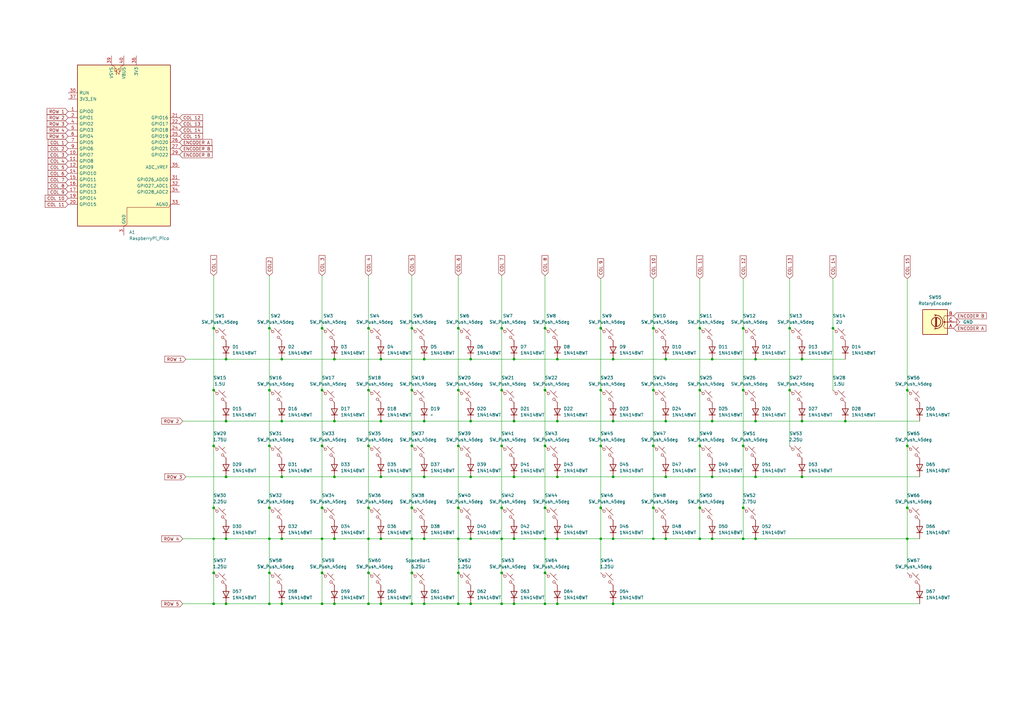
<source format=kicad_sch>
(kicad_sch (version 20250114) (generator "eeschema") (generator_version "9.0")
  (paper "A3")
  (junction (at 273.05 220.98))
  (junction (at 87.63 160.02))
  (junction (at 223.52 182.88))
  (junction (at 304.8 220.98))
  (junction (at 92.71 195.58))
  (junction (at 173.99 220.98))
  (junction (at 168.91 160.02))
  (junction (at 205.74 234.95))
  (junction (at 292.1 172.72))
  (junction (at 132.08 234.95))
  (junction (at 205.74 134.62))
  (junction (at 87.63 220.98))
  (junction (at 193.04 172.72))
  (junction (at 137.16 195.58))
  (junction (at 151.13 208.28))
  (junction (at 287.02 208.28))
  (junction (at 115.57 195.58))
  (junction (at 205.74 160.02))
  (junction (at 87.63 134.62))
  (junction (at 110.49 182.88))
  (junction (at 304.8 134.62))
  (junction (at 246.38 208.28))
  (junction (at 132.08 160.02))
  (junction (at 173.99 195.58))
  (junction (at 223.52 247.65))
  (junction (at 328.93 147.32))
  (junction (at 132.08 182.88))
  (junction (at 251.46 147.32))
  (junction (at 187.96 234.95))
  (junction (at 187.96 182.88))
  (junction (at 210.82 247.65))
  (junction (at 372.11 208.28))
  (junction (at 173.99 147.32))
  (junction (at 273.05 172.72))
  (junction (at 132.08 134.62))
  (junction (at 328.93 172.72))
  (junction (at 92.71 147.32))
  (junction (at 346.71 172.72))
  (junction (at 151.13 182.88))
  (junction (at 267.97 182.88))
  (junction (at 246.38 160.02))
  (junction (at 223.52 160.02))
  (junction (at 309.88 195.58))
  (junction (at 168.91 182.88))
  (junction (at 341.63 134.62))
  (junction (at 287.02 182.88))
  (junction (at 132.08 220.98))
  (junction (at 173.99 172.72))
  (junction (at 223.52 134.62))
  (junction (at 251.46 195.58))
  (junction (at 168.91 208.28))
  (junction (at 110.49 160.02))
  (junction (at 287.02 220.98))
  (junction (at 223.52 208.28))
  (junction (at 151.13 247.65))
  (junction (at 193.04 247.65))
  (junction (at 287.02 134.62))
  (junction (at 137.16 220.98))
  (junction (at 151.13 234.95))
  (junction (at 115.57 247.65))
  (junction (at 156.21 220.98))
  (junction (at 251.46 247.65))
  (junction (at 228.6 195.58))
  (junction (at 323.85 134.62))
  (junction (at 168.91 247.65))
  (junction (at 115.57 172.72))
  (junction (at 223.52 220.98))
  (junction (at 210.82 147.32))
  (junction (at 205.74 220.98))
  (junction (at 273.05 147.32))
  (junction (at 137.16 172.72))
  (junction (at 251.46 220.98))
  (junction (at 251.46 172.72))
  (junction (at 273.05 195.58))
  (junction (at 151.13 220.98))
  (junction (at 267.97 220.98))
  (junction (at 87.63 247.65))
  (junction (at 137.16 247.65))
  (junction (at 168.91 220.98))
  (junction (at 328.93 195.58))
  (junction (at 292.1 220.98))
  (junction (at 228.6 147.32))
  (junction (at 228.6 220.98))
  (junction (at 193.04 195.58))
  (junction (at 223.52 234.95))
  (junction (at 267.97 160.02))
  (junction (at 137.16 147.32))
  (junction (at 110.49 247.65))
  (junction (at 110.49 134.62))
  (junction (at 205.74 247.65))
  (junction (at 205.74 208.28))
  (junction (at 304.8 160.02))
  (junction (at 292.1 147.32))
  (junction (at 193.04 220.98))
  (junction (at 92.71 220.98))
  (junction (at 267.97 134.62))
  (junction (at 92.71 172.72))
  (junction (at 156.21 195.58))
  (junction (at 110.49 234.95))
  (junction (at 132.08 208.28))
  (junction (at 287.02 160.02))
  (junction (at 168.91 234.95))
  (junction (at 92.71 247.65))
  (junction (at 210.82 195.58))
  (junction (at 187.96 134.62))
  (junction (at 156.21 172.72))
  (junction (at 372.11 160.02))
  (junction (at 228.6 172.72))
  (junction (at 309.88 172.72))
  (junction (at 87.63 208.28))
  (junction (at 151.13 160.02))
  (junction (at 151.13 134.62))
  (junction (at 267.97 208.28))
  (junction (at 187.96 208.28))
  (junction (at 246.38 134.62))
  (junction (at 156.21 247.65))
  (junction (at 173.99 247.65))
  (junction (at 323.85 160.02))
  (junction (at 205.74 182.88))
  (junction (at 187.96 160.02))
  (junction (at 87.63 182.88))
  (junction (at 246.38 220.98))
  (junction (at 132.08 247.65))
  (junction (at 187.96 220.98))
  (junction (at 87.63 234.95))
  (junction (at 168.91 134.62))
  (junction (at 115.57 220.98))
  (junction (at 372.11 182.88))
  (junction (at 187.96 247.65))
  (junction (at 210.82 172.72))
  (junction (at 193.04 147.32))
  (junction (at 292.1 195.58))
  (junction (at 304.8 208.28))
  (junction (at 372.11 220.98))
  (junction (at 228.6 247.65))
  (junction (at 309.88 220.98))
  (junction (at 309.88 147.32))
  (junction (at 115.57 147.32))
  (junction (at 304.8 182.88))
  (junction (at 156.21 147.32))
  (junction (at 110.49 208.28))
  (junction (at 110.49 220.98))
  (junction (at 210.82 220.98))
  (junction (at 246.38 182.88))
  (wire (pts (xy 87.63 247.65) (xy 92.71 247.65)))
  (wire (pts (xy 92.71 247.65) (xy 110.49 247.65)))
  (wire (pts (xy 223.52 208.28) (xy 223.52 220.98)))
  (wire (pts (xy 92.71 172.72) (xy 115.57 172.72)))
  (wire (pts (xy 273.05 195.58) (xy 292.1 195.58)))
  (wire (pts (xy 151.13 113.03) (xy 151.13 134.62)))
  (wire (pts (xy 74.93 220.98) (xy 87.63 220.98)))
  (wire (pts (xy 168.91 247.65) (xy 173.99 247.65)))
  (wire (pts (xy 168.91 208.28) (xy 168.91 220.98)))
  (wire (pts (xy 168.91 160.02) (xy 168.91 182.88)))
  (wire (pts (xy 110.49 220.98) (xy 110.49 234.95)))
  (wire (pts (xy 267.97 134.62) (xy 267.97 160.02)))
  (wire (pts (xy 168.91 182.88) (xy 168.91 208.28)))
  (wire (pts (xy 251.46 172.72) (xy 273.05 172.72)))
  (wire (pts (xy 223.52 247.65) (xy 228.6 247.65)))
  (wire (pts (xy 372.11 208.28) (xy 372.11 220.98)))
  (wire (pts (xy 173.99 195.58) (xy 193.04 195.58)))
  (wire (pts (xy 246.38 114.3) (xy 246.38 134.62)))
  (wire (pts (xy 287.02 134.62) (xy 287.02 160.02)))
  (wire (pts (xy 74.93 247.65) (xy 87.63 247.65)))
  (wire (pts (xy 151.13 208.28) (xy 151.13 220.98)))
  (wire (pts (xy 92.71 220.98) (xy 110.49 220.98)))
  (wire (pts (xy 251.46 195.58) (xy 273.05 195.58)))
  (wire (pts (xy 110.49 160.02) (xy 110.49 182.88)))
  (wire (pts (xy 187.96 234.95) (xy 187.96 247.65)))
  (wire (pts (xy 173.99 247.65) (xy 187.96 247.65)))
  (wire (pts (xy 246.38 182.88) (xy 246.38 208.28)))
  (wire (pts (xy 210.82 220.98) (xy 223.52 220.98)))
  (wire (pts (xy 287.02 182.88) (xy 287.02 208.28)))
  (wire (pts (xy 156.21 247.65) (xy 168.91 247.65)))
  (wire (pts (xy 87.63 208.28) (xy 87.63 220.98)))
  (wire (pts (xy 193.04 247.65) (xy 205.74 247.65)))
  (wire (pts (xy 246.38 134.62) (xy 246.38 160.02)))
  (wire (pts (xy 193.04 220.98) (xy 205.74 220.98)))
  (wire (pts (xy 110.49 220.98) (xy 115.57 220.98)))
  (wire (pts (xy 346.71 172.72) (xy 377.19 172.72)))
  (wire (pts (xy 323.85 134.62) (xy 323.85 160.02)))
  (wire (pts (xy 273.05 220.98) (xy 287.02 220.98)))
  (wire (pts (xy 76.2 195.58) (xy 92.71 195.58)))
  (wire (pts (xy 287.02 114.3) (xy 287.02 134.62)))
  (wire (pts (xy 251.46 147.32) (xy 273.05 147.32)))
  (wire (pts (xy 323.85 114.3) (xy 323.85 134.62)))
  (wire (pts (xy 87.63 113.03) (xy 87.63 134.62)))
  (wire (pts (xy 210.82 195.58) (xy 228.6 195.58)))
  (wire (pts (xy 187.96 134.62) (xy 187.96 160.02)))
  (wire (pts (xy 137.16 220.98) (xy 151.13 220.98)))
  (wire (pts (xy 205.74 247.65) (xy 210.82 247.65)))
  (wire (pts (xy 193.04 195.58) (xy 210.82 195.58)))
  (wire (pts (xy 132.08 247.65) (xy 137.16 247.65)))
  (wire (pts (xy 304.8 114.3) (xy 304.8 134.62)))
  (wire (pts (xy 132.08 182.88) (xy 132.08 208.28)))
  (wire (pts (xy 309.88 220.98) (xy 372.11 220.98)))
  (wire (pts (xy 115.57 195.58) (xy 137.16 195.58)))
  (wire (pts (xy 168.91 220.98) (xy 168.91 234.95)))
  (wire (pts (xy 210.82 247.65) (xy 223.52 247.65)))
  (wire (pts (xy 110.49 234.95) (xy 110.49 247.65)))
  (wire (pts (xy 273.05 147.32) (xy 292.1 147.32)))
  (wire (pts (xy 205.74 113.03) (xy 205.74 134.62)))
  (wire (pts (xy 304.8 220.98) (xy 309.88 220.98)))
  (wire (pts (xy 168.91 113.03) (xy 168.91 134.62)))
  (wire (pts (xy 92.71 147.32) (xy 115.57 147.32)))
  (wire (pts (xy 87.63 134.62) (xy 87.63 160.02)))
  (wire (pts (xy 110.49 113.03) (xy 110.49 134.62)))
  (wire (pts (xy 173.99 147.32) (xy 193.04 147.32)))
  (wire (pts (xy 228.6 147.32) (xy 251.46 147.32)))
  (wire (pts (xy 205.74 220.98) (xy 210.82 220.98)))
  (wire (pts (xy 228.6 172.72) (xy 251.46 172.72)))
  (wire (pts (xy 309.88 172.72) (xy 328.93 172.72)))
  (wire (pts (xy 110.49 247.65) (xy 115.57 247.65)))
  (wire (pts (xy 168.91 234.95) (xy 168.91 247.65)))
  (wire (pts (xy 168.91 134.62) (xy 168.91 160.02)))
  (wire (pts (xy 304.8 182.88) (xy 304.8 208.28)))
  (wire (pts (xy 251.46 247.65) (xy 377.19 247.65)))
  (wire (pts (xy 267.97 182.88) (xy 267.97 208.28)))
  (wire (pts (xy 87.63 182.88) (xy 87.63 208.28)))
  (wire (pts (xy 372.11 220.98) (xy 372.11 233.68)))
  (wire (pts (xy 267.97 220.98) (xy 273.05 220.98)))
  (wire (pts (xy 328.93 195.58) (xy 377.19 195.58)))
  (wire (pts (xy 156.21 147.32) (xy 173.99 147.32)))
  (wire (pts (xy 151.13 160.02) (xy 151.13 182.88)))
  (wire (pts (xy 132.08 234.95) (xy 132.08 247.65)))
  (wire (pts (xy 156.21 220.98) (xy 168.91 220.98)))
  (wire (pts (xy 267.97 160.02) (xy 267.97 182.88)))
  (wire (pts (xy 132.08 113.03) (xy 132.08 134.62)))
  (wire (pts (xy 156.21 172.72) (xy 173.99 172.72)))
  (wire (pts (xy 87.63 220.98) (xy 87.63 234.95)))
  (wire (pts (xy 223.52 134.62) (xy 223.52 160.02)))
  (wire (pts (xy 110.49 134.62) (xy 110.49 160.02)))
  (wire (pts (xy 187.96 113.03) (xy 187.96 134.62)))
  (wire (pts (xy 168.91 220.98) (xy 173.99 220.98)))
  (wire (pts (xy 115.57 220.98) (xy 132.08 220.98)))
  (wire (pts (xy 151.13 134.62) (xy 151.13 160.02)))
  (wire (pts (xy 251.46 220.98) (xy 267.97 220.98)))
  (wire (pts (xy 205.74 134.62) (xy 205.74 160.02)))
  (wire (pts (xy 341.63 114.3) (xy 341.63 134.62)))
  (wire (pts (xy 287.02 160.02) (xy 287.02 182.88)))
  (wire (pts (xy 323.85 160.02) (xy 323.85 182.88)))
  (wire (pts (xy 246.38 220.98) (xy 246.38 233.68)))
  (wire (pts (xy 287.02 208.28) (xy 287.02 220.98)))
  (wire (pts (xy 223.52 182.88) (xy 223.52 208.28)))
  (wire (pts (xy 187.96 182.88) (xy 187.96 208.28)))
  (wire (pts (xy 151.13 234.95) (xy 151.13 247.65)))
  (wire (pts (xy 187.96 220.98) (xy 187.96 234.95)))
  (wire (pts (xy 92.71 195.58) (xy 115.57 195.58)))
  (wire (pts (xy 193.04 147.32) (xy 210.82 147.32)))
  (wire (pts (xy 87.63 220.98) (xy 92.71 220.98)))
  (wire (pts (xy 328.93 147.32) (xy 346.71 147.32)))
  (wire (pts (xy 137.16 147.32) (xy 156.21 147.32)))
  (wire (pts (xy 151.13 182.88) (xy 151.13 208.28)))
  (wire (pts (xy 110.49 182.88) (xy 110.49 208.28)))
  (wire (pts (xy 151.13 220.98) (xy 156.21 220.98)))
  (wire (pts (xy 372.11 182.88) (xy 372.11 208.28)))
  (wire (pts (xy 205.74 182.88) (xy 205.74 208.28)))
  (wire (pts (xy 205.74 234.95) (xy 205.74 247.65)))
  (wire (pts (xy 292.1 195.58) (xy 309.88 195.58)))
  (wire (pts (xy 187.96 208.28) (xy 187.96 220.98)))
  (wire (pts (xy 187.96 247.65) (xy 193.04 247.65)))
  (wire (pts (xy 341.63 134.62) (xy 341.63 160.02)))
  (wire (pts (xy 76.2 147.32) (xy 92.71 147.32)))
  (wire (pts (xy 110.49 208.28) (xy 110.49 220.98)))
  (wire (pts (xy 328.93 172.72) (xy 346.71 172.72)))
  (wire (pts (xy 137.16 195.58) (xy 156.21 195.58)))
  (wire (pts (xy 132.08 134.62) (xy 132.08 160.02)))
  (wire (pts (xy 210.82 172.72) (xy 228.6 172.72)))
  (wire (pts (xy 223.52 234.95) (xy 223.52 247.65)))
  (wire (pts (xy 205.74 208.28) (xy 205.74 220.98)))
  (wire (pts (xy 187.96 220.98) (xy 193.04 220.98)))
  (wire (pts (xy 132.08 160.02) (xy 132.08 182.88)))
  (wire (pts (xy 132.08 220.98) (xy 132.08 234.95)))
  (wire (pts (xy 87.63 234.95) (xy 87.63 247.65)))
  (wire (pts (xy 151.13 220.98) (xy 151.13 234.95)))
  (wire (pts (xy 372.11 220.98) (xy 377.19 220.98)))
  (wire (pts (xy 304.8 134.62) (xy 304.8 160.02)))
  (wire (pts (xy 205.74 160.02) (xy 205.74 182.88)))
  (wire (pts (xy 309.88 195.58) (xy 328.93 195.58)))
  (wire (pts (xy 87.63 160.02) (xy 87.63 182.88)))
  (wire (pts (xy 246.38 208.28) (xy 246.38 220.98)))
  (wire (pts (xy 228.6 195.58) (xy 251.46 195.58)))
  (wire (pts (xy 267.97 114.3) (xy 267.97 134.62)))
  (wire (pts (xy 223.52 113.03) (xy 223.52 134.62)))
  (wire (pts (xy 132.08 208.28) (xy 132.08 220.98)))
  (wire (pts (xy 115.57 247.65) (xy 132.08 247.65)))
  (wire (pts (xy 74.93 172.72) (xy 92.71 172.72)))
  (wire (pts (xy 228.6 247.65) (xy 251.46 247.65)))
  (wire (pts (xy 267.97 208.28) (xy 267.97 220.98)))
  (wire (pts (xy 246.38 160.02) (xy 246.38 182.88)))
  (wire (pts (xy 223.52 220.98) (xy 223.52 234.95)))
  (wire (pts (xy 223.52 160.02) (xy 223.52 182.88)))
  (wire (pts (xy 115.57 172.72) (xy 137.16 172.72)))
  (wire (pts (xy 205.74 220.98) (xy 205.74 234.95)))
  (wire (pts (xy 246.38 220.98) (xy 251.46 220.98)))
  (wire (pts (xy 151.13 247.65) (xy 156.21 247.65)))
  (wire (pts (xy 273.05 172.72) (xy 292.1 172.72)))
  (wire (pts (xy 292.1 172.72) (xy 309.88 172.72)))
  (wire (pts (xy 223.52 220.98) (xy 228.6 220.98)))
  (wire (pts (xy 210.82 147.32) (xy 228.6 147.32)))
  (wire (pts (xy 115.57 147.32) (xy 137.16 147.32)))
  (wire (pts (xy 304.8 160.02) (xy 304.8 182.88)))
  (wire (pts (xy 292.1 147.32) (xy 309.88 147.32)))
  (wire (pts (xy 173.99 220.98) (xy 187.96 220.98)))
  (wire (pts (xy 156.21 195.58) (xy 173.99 195.58)))
  (wire (pts (xy 137.16 247.65) (xy 151.13 247.65)))
  (wire (pts (xy 137.16 172.72) (xy 156.21 172.72)))
  (wire (pts (xy 292.1 220.98) (xy 304.8 220.98)))
  (wire (pts (xy 132.08 220.98) (xy 137.16 220.98)))
  (wire (pts (xy 309.88 147.32) (xy 328.93 147.32)))
  (wire (pts (xy 372.11 160.02) (xy 372.11 182.88)))
  (wire (pts (xy 228.6 220.98) (xy 246.38 220.98)))
  (wire (pts (xy 173.99 172.72) (xy 193.04 172.72)))
  (wire (pts (xy 372.11 114.3) (xy 372.11 160.02)))
  (wire (pts (xy 304.8 208.28) (xy 304.8 220.98)))
  (wire (pts (xy 187.96 160.02) (xy 187.96 182.88)))
  (wire (pts (xy 287.02 220.98) (xy 292.1 220.98)))
  (wire (pts (xy 193.04 172.72) (xy 210.82 172.72)))
  (global_label "ROW 2" (shape input) (at 27.94 48.26 180) (property "Intersheetrefs" "${INTERSHEET_REFS}" (effects (hide yes))))
  (global_label "ROW 3" (shape input) (at 27.94 50.8 180) (property "Intersheetrefs" "${INTERSHEET_REFS}" (effects (hide yes))))
  (global_label "COL 5" (shape input) (at 168.91 113.03 90) (property "Intersheetrefs" "${INTERSHEET_REFS}" (effects (hide yes))))
  (global_label "COL2" (shape input) (at 110.49 113.03 90) (property "Intersheetrefs" "${INTERSHEET_REFS}" (effects (hide yes))))
  (global_label "COL 2" (shape input) (at 27.94 60.96 180) (property "Intersheetrefs" "${INTERSHEET_REFS}" (effects (hide yes))))
  (global_label "COL 8" (shape input) (at 223.52 113.03 90) (property "Intersheetrefs" "${INTERSHEET_REFS}" (effects (hide yes))))
  (global_label "COL 10" (shape input) (at 267.97 114.3 90) (property "Intersheetrefs" "${INTERSHEET_REFS}" (effects (hide yes))))
  (global_label "COL 7" (shape input) (at 205.74 113.03 90) (property "Intersheetrefs" "${INTERSHEET_REFS}" (effects (hide yes))))
  (global_label "COL 1" (shape input) (at 87.63 113.03 90) (property "Intersheetrefs" "${INTERSHEET_REFS}" (effects (hide yes))))
  (global_label "COL 7" (shape input) (at 27.94 73.66 180) (property "Intersheetrefs" "${INTERSHEET_REFS}" (effects (hide yes))))
  (global_label "ROW 4" (shape input) (at 74.93 220.98 180) (property "Intersheetrefs" "${INTERSHEET_REFS}" (effects (hide yes))))
  (global_label "ENCODER B" (shape input) (at 391.16 129.54 0) (property "Intersheetrefs" "${INTERSHEET_REFS}" (effects (hide yes))))
  (global_label "ROW 5" (shape input) (at 27.94 55.88 180) (property "Intersheetrefs" "${INTERSHEET_REFS}" (effects (hide yes))))
  (global_label "COL 13" (shape input) (at 73.66 50.8 0) (property "Intersheetrefs" "${INTERSHEET_REFS}" (effects (hide yes))))
  (global_label "ENCODER B" (shape input) (at 73.66 63.5 0) (property "Intersheetrefs" "${INTERSHEET_REFS}" (effects (hide yes))))
  (global_label "COL 12" (shape input) (at 73.66 48.26 0) (property "Intersheetrefs" "${INTERSHEET_REFS}" (effects (hide yes))))
  (global_label "COL 13" (shape input) (at 323.85 114.3 90) (property "Intersheetrefs" "${INTERSHEET_REFS}" (effects (hide yes))))
  (global_label "ENCODER A" (shape input) (at 391.16 134.62 0) (property "Intersheetrefs" "${INTERSHEET_REFS}" (effects (hide yes))))
  (global_label "ROW 4" (shape input) (at 27.94 53.34 180) (property "Intersheetrefs" "${INTERSHEET_REFS}" (effects (hide yes))))
  (global_label "COL 8" (shape input) (at 27.94 76.2 180) (property "Intersheetrefs" "${INTERSHEET_REFS}" (effects (hide yes))))
  (global_label "COL 14" (shape input) (at 73.66 53.34 0) (property "Intersheetrefs" "${INTERSHEET_REFS}" (effects (hide yes))))
  (global_label "ROW 3" (shape input) (at 76.2 195.58 180) (property "Intersheetrefs" "${INTERSHEET_REFS}" (effects (hide yes))))
  (global_label "COL 6" (shape input) (at 187.96 113.03 90) (property "Intersheetrefs" "${INTERSHEET_REFS}" (effects (hide yes))))
  (global_label "ROW 5" (shape input) (at 74.93 247.65 180) (property "Intersheetrefs" "${INTERSHEET_REFS}" (effects (hide yes))))
  (global_label "COL 4" (shape input) (at 27.94 66.04 180) (property "Intersheetrefs" "${INTERSHEET_REFS}" (effects (hide yes))))
  (global_label "COL 15" (shape input) (at 372.11 114.3 90) (property "Intersheetrefs" "${INTERSHEET_REFS}" (effects (hide yes))))
  (global_label "COL 11" (shape input) (at 27.94 83.82 180) (property "Intersheetrefs" "${INTERSHEET_REFS}" (effects (hide yes))))
  (global_label "COL 3" (shape input) (at 27.94 63.5 180) (property "Intersheetrefs" "${INTERSHEET_REFS}" (effects (hide yes))))
  (global_label "COL 9" (shape input) (at 246.38 114.3 90) (property "Intersheetrefs" "${INTERSHEET_REFS}" (effects (hide yes))))
  (global_label "ROW 1" (shape input) (at 27.94 45.72 180) (property "Intersheetrefs" "${INTERSHEET_REFS}" (effects (hide yes))))
  (global_label "COL 12" (shape input) (at 304.8 114.3 90) (property "Intersheetrefs" "${INTERSHEET_REFS}" (effects (hide yes))))
  (global_label "COL 10" (shape input) (at 27.94 81.28 180) (property "Intersheetrefs" "${INTERSHEET_REFS}" (effects (hide yes))))
  (global_label "COL 1" (shape input) (at 27.94 58.42 180) (property "Intersheetrefs" "${INTERSHEET_REFS}" (effects (hide yes))))
  (global_label "COL 9" (shape input) (at 27.94 78.74 180) (property "Intersheetrefs" "${INTERSHEET_REFS}" (effects (hide yes))))
  (global_label "COL 15" (shape input) (at 73.66 55.88 0) (property "Intersheetrefs" "${INTERSHEET_REFS}" (effects (hide yes))))
  (global_label "ENCODER A" (shape input) (at 73.66 58.42 0) (property "Intersheetrefs" "${INTERSHEET_REFS}" (effects (hide yes))))
  (global_label "COL 11" (shape input) (at 287.02 114.3 90) (property "Intersheetrefs" "${INTERSHEET_REFS}" (effects (hide yes))))
  (global_label "COL 14" (shape input) (at 341.63 114.3 90) (property "Intersheetrefs" "${INTERSHEET_REFS}" (effects (hide yes))))
  (global_label "ENCODER B" (shape input) (at 73.66 60.96 0) (property "Intersheetrefs" "${INTERSHEET_REFS}" (effects (hide yes))))
  (global_label "COL 5" (shape input) (at 27.94 68.58 180) (property "Intersheetrefs" "${INTERSHEET_REFS}" (effects (hide yes))))
  (global_label "COL 3" (shape input) (at 132.08 113.03 90) (property "Intersheetrefs" "${INTERSHEET_REFS}" (effects (hide yes))))
  (global_label "ROW 1" (shape input) (at 76.2 147.32 180) (property "Intersheetrefs" "${INTERSHEET_REFS}" (effects (hide yes))))
  (global_label "ROW 2" (shape input) (at 74.93 172.72 180) (property "Intersheetrefs" "${INTERSHEET_REFS}" (effects (hide yes))))
  (global_label "COL 4" (shape input) (at 151.13 113.03 90) (property "Intersheetrefs" "${INTERSHEET_REFS}" (effects (hide yes))))
  (global_label "COL 6" (shape input) (at 27.94 71.12 180) (property "Intersheetrefs" "${INTERSHEET_REFS}" (effects (hide yes))))
  (symbol (lib_id "Switch:SW_Push_45deg") (at 190.5 210.82 0) (unit 1)
    (property "Reference" "SW40" (at 190.5 203.2 0))
    (property "Value" "SW_Push_45deg" (at 190.5 205.74 0))
    (property "Footprint" "Button_Switch_Keyboard:SW_Cherry_MX_1.00u_PCB" (effects (hide yes)))
    (property "Description" "Push button switch, normally open, two pins, 45° tilted" (effects (hide yes)))
  )
  (symbol (lib_id "Switch:SW_Push_45deg") (at 374.65 210.82 0) (unit 1)
    (property "Reference" "SW66" (at 374.65 203.2 0))
    (property "Value" "SW_Push_45deg" (at 374.65 205.74 0))
    (property "Footprint" "Button_Switch_Keyboard:SW_Cherry_MX_1.00u_PCB" (effects (hide yes)))
    (property "Description" "Push button switch, normally open, two pins, 45° tilted" (effects (hide yes)))
  )
  (symbol (lib_id "Switch:SW_Push_45deg") (at 326.39 185.42 0) (unit 1)
    (property "Reference" "SW53" (at 326.39 177.8 0))
    (property "Value" "2.25U" (at 326.39 180.34 0))
    (property "Footprint" "Button_Switch_Keyboard:SW_Cherry_MX_2.25u_PCB" (effects (hide yes)))
    (property "Description" "Push button switch, normally open, two pins, 45° tilted" (effects (hide yes)))
  )
  (symbol (lib_id "Diode:1N4148WT") (at 92.71 168.91 90) (unit 1)
    (property "Reference" "D15" (at 95.25 167.6399 90) (effects (justify right)))
    (property "Value" "1N4148WT" (at 95.25 170.1799 90) (effects (justify right)))
    (property "Footprint" "Diode_THT:D_DO-27_P15.24mm_Horizontal" (effects (hide yes)))
    (property "Datasheet" "https://www.diodes.com/assets/Datasheets/ds30396.pdf" (effects (hide yes)))
    (property "Description" "75V 0.15A Fast switching Diode, SOD-523" (effects (hide yes)))
    (property "Sim.Device" "D" (effects (hide yes)))
    (property "Sim.Pins" "1=K 2=A" (effects (hide yes)))
  )
  (symbol (lib_id "Switch:SW_Push_45deg") (at 113.03 162.56 0) (unit 1)
    (property "Reference" "SW16" (at 113.03 154.94 0))
    (property "Value" "SW_Push_45deg" (at 113.03 157.48 0))
    (property "Footprint" "Button_Switch_Keyboard:SW_Cherry_MX_1.00u_PCB" (effects (hide yes)))
    (property "Description" "Push button switch, normally open, two pins, 45° tilted" (effects (hide yes)))
  )
  (symbol (lib_id "Switch:SW_Push_45deg") (at 153.67 237.49 0) (unit 1)
    (property "Reference" "SW60" (at 153.67 229.87 0))
    (property "Value" "SW_Push_45deg" (at 153.67 232.41 0))
    (property "Footprint" "Button_Switch_Keyboard:SW_Cherry_MX_1.00u_PCB" (effects (hide yes)))
    (property "Description" "Push button switch, normally open, two pins, 45° tilted" (effects (hide yes)))
  )
  (symbol (lib_id "Diode:1N4148WT") (at 210.82 217.17 90) (unit 1)
    (property "Reference" "D42" (at 213.36 215.8999 90) (effects (justify right)))
    (property "Value" "1N4148WT" (at 213.36 218.4399 90) (effects (justify right)))
    (property "Footprint" "Diode_THT:D_DO-27_P15.24mm_Horizontal" (effects (hide yes)))
    (property "Datasheet" "https://www.diodes.com/assets/Datasheets/ds30396.pdf" (effects (hide yes)))
    (property "Description" "75V 0.15A Fast switching Diode, SOD-523" (effects (hide yes)))
    (property "Sim.Device" "D" (effects (hide yes)))
    (property "Sim.Pins" "1=K 2=A" (effects (hide yes)))
  )
  (symbol (lib_id "Switch:SW_Push_45deg") (at 326.39 137.16 0) (unit 1)
    (property "Reference" "SW13" (at 326.39 129.54 0))
    (property "Value" "SW_Push_45deg" (at 326.39 132.08 0))
    (property "Footprint" "Button_Switch_Keyboard:SW_Cherry_MX_1.00u_PCB" (effects (hide yes)))
    (property "Description" "Push button switch, normally open, two pins, 45° tilted" (effects (hide yes)))
  )
  (symbol (lib_id "Diode:1N4148WT") (at 328.93 168.91 90) (unit 1)
    (property "Reference" "D27" (at 331.47 167.6399 90) (effects (justify right)))
    (property "Value" "1N4148WT" (at 331.47 170.1799 90) (effects (justify right)))
    (property "Footprint" "Diode_THT:D_DO-27_P15.24mm_Horizontal" (effects (hide yes)))
    (property "Datasheet" "https://www.diodes.com/assets/Datasheets/ds30396.pdf" (effects (hide yes)))
    (property "Description" "75V 0.15A Fast switching Diode, SOD-523" (effects (hide yes)))
    (property "Sim.Device" "D" (effects (hide yes)))
    (property "Sim.Pins" "1=K 2=A" (effects (hide yes)))
  )
  (symbol (lib_id "Diode:1N4148WT") (at 173.99 191.77 90) (unit 1)
    (property "Reference" "D37" (at 176.53 190.4999 90) (effects (justify right)))
    (property "Value" "1N4148WT" (at 176.53 193.0399 90) (effects (justify right)))
    (property "Footprint" "Diode_THT:D_DO-27_P15.24mm_Horizontal" (effects (hide yes)))
    (property "Datasheet" "https://www.diodes.com/assets/Datasheets/ds30396.pdf" (effects (hide yes)))
    (property "Description" "75V 0.15A Fast switching Diode, SOD-523" (effects (hide yes)))
    (property "Sim.Device" "D" (effects (hide yes)))
    (property "Sim.Pins" "1=K 2=A" (effects (hide yes)))
  )
  (symbol (lib_id "Diode:1N4148WT") (at 251.46 217.17 90) (unit 1)
    (property "Reference" "D46" (at 254 215.8999 90) (effects (justify right)))
    (property "Value" "1N4148WT" (at 254 218.4399 90) (effects (justify right)))
    (property "Footprint" "Diode_THT:D_DO-27_P15.24mm_Horizontal" (effects (hide yes)))
    (property "Datasheet" "https://www.diodes.com/assets/Datasheets/ds30396.pdf" (effects (hide yes)))
    (property "Description" "75V 0.15A Fast switching Diode, SOD-523" (effects (hide yes)))
    (property "Sim.Device" "D" (effects (hide yes)))
    (property "Sim.Pins" "1=K 2=A" (effects (hide yes)))
  )
  (symbol (lib_id "Switch:SW_Push_45deg") (at 248.92 185.42 0) (unit 1)
    (property "Reference" "SW45" (at 248.92 177.8 0))
    (property "Value" "SW_Push_45deg" (at 248.92 180.34 0))
    (property "Footprint" "Button_Switch_Keyboard:SW_Cherry_MX_1.00u_PCB" (effects (hide yes)))
    (property "Description" "Push button switch, normally open, two pins, 45° tilted" (effects (hide yes)))
  )
  (symbol (lib_id "Diode:1N4148WT") (at 251.46 143.51 90) (unit 1)
    (property "Reference" "D9" (at 254 142.2399 90) (effects (justify right)))
    (property "Value" "1N4148WT" (at 254 144.7799 90) (effects (justify right)))
    (property "Footprint" "Diode_THT:D_DO-27_P15.24mm_Horizontal" (effects (hide yes)))
    (property "Datasheet" "https://www.diodes.com/assets/Datasheets/ds30396.pdf" (effects (hide yes)))
    (property "Description" "75V 0.15A Fast switching Diode, SOD-523" (effects (hide yes)))
    (property "Sim.Device" "D" (effects (hide yes)))
    (property "Sim.Pins" "1=K 2=A" (effects (hide yes)))
  )
  (symbol (lib_id "Diode:1N4148WT") (at 309.88 168.91 90) (unit 1)
    (property "Reference" "D26" (at 312.42 167.6399 90) (effects (justify right)))
    (property "Value" "1N4148WT" (at 312.42 170.1799 90) (effects (justify right)))
    (property "Footprint" "Diode_THT:D_DO-27_P15.24mm_Horizontal" (effects (hide yes)))
    (property "Datasheet" "https://www.diodes.com/assets/Datasheets/ds30396.pdf" (effects (hide yes)))
    (property "Description" "75V 0.15A Fast switching Diode, SOD-523" (effects (hide yes)))
    (property "Sim.Device" "D" (effects (hide yes)))
    (property "Sim.Pins" "1=K 2=A" (effects (hide yes)))
  )
  (symbol (lib_id "Diode:1N4148WT") (at 377.19 168.91 90) (unit 1)
    (property "Reference" "D56" (at 379.73 167.6399 90) (effects (justify right)))
    (property "Value" "1N4148WT" (at 379.73 170.1799 90) (effects (justify right)))
    (property "Footprint" "Diode_THT:D_DO-27_P15.24mm_Horizontal" (effects (hide yes)))
    (property "Datasheet" "https://www.diodes.com/assets/Datasheets/ds30396.pdf" (effects (hide yes)))
    (property "Description" "75V 0.15A Fast switching Diode, SOD-523" (effects (hide yes)))
    (property "Sim.Device" "D" (effects (hide yes)))
    (property "Sim.Pins" "1=K 2=A" (effects (hide yes)))
  )
  (symbol (lib_id "Switch:SW_Push_45deg") (at 208.28 137.16 0) (unit 1)
    (property "Reference" "SW7" (at 208.28 129.54 0))
    (property "Value" "SW_Push_45deg" (at 208.28 132.08 0))
    (property "Footprint" "Button_Switch_Keyboard:SW_Cherry_MX_1.00u_PCB" (effects (hide yes)))
    (property "Description" "Push button switch, normally open, two pins, 45° tilted" (effects (hide yes)))
  )
  (symbol (lib_id "Diode:1N4148WT") (at 251.46 168.91 90) (unit 1)
    (property "Reference" "D23" (at 254 167.6399 90) (effects (justify right)))
    (property "Value" "1N4148WT" (at 254 170.1799 90) (effects (justify right)))
    (property "Footprint" "Diode_THT:D_DO-27_P15.24mm_Horizontal" (effects (hide yes)))
    (property "Datasheet" "https://www.diodes.com/assets/Datasheets/ds30396.pdf" (effects (hide yes)))
    (property "Description" "75V 0.15A Fast switching Diode, SOD-523" (effects (hide yes)))
    (property "Sim.Device" "D" (effects (hide yes)))
    (property "Sim.Pins" "1=K 2=A" (effects (hide yes)))
  )
  (symbol (lib_id "Diode:1N4148WT") (at 377.19 191.77 90) (unit 1)
    (property "Reference" "D65" (at 379.73 190.4999 90) (effects (justify right)))
    (property "Value" "1N4148WT" (at 379.73 193.0399 90) (effects (justify right)))
    (property "Footprint" "Diode_THT:D_DO-27_P15.24mm_Horizontal" (effects (hide yes)))
    (property "Datasheet" "https://www.diodes.com/assets/Datasheets/ds30396.pdf" (effects (hide yes)))
    (property "Description" "75V 0.15A Fast switching Diode, SOD-523" (effects (hide yes)))
    (property "Sim.Device" "D" (effects (hide yes)))
    (property "Sim.Pins" "1=K 2=A" (effects (hide yes)))
  )
  (symbol (lib_id "Switch:SW_Push_45deg") (at 90.17 237.49 0) (unit 1)
    (property "Reference" "SW57" (at 90.17 229.87 0))
    (property "Value" "1.25U" (at 90.17 232.41 0))
    (property "Footprint" "Button_Switch_Keyboard:SW_Cherry_MX_1.25u_PCB" (effects (hide yes)))
    (property "Description" "Push button switch, normally open, two pins, 45° tilted" (effects (hide yes)))
  )
  (symbol (lib_id "Diode:1N4148WT") (at 228.6 217.17 90) (unit 1)
    (property "Reference" "D44" (at 231.14 215.8999 90) (effects (justify right)))
    (property "Value" "1N4148WT" (at 231.14 218.4399 90) (effects (justify right)))
    (property "Footprint" "Diode_THT:D_DO-27_P15.24mm_Horizontal" (effects (hide yes)))
    (property "Datasheet" "https://www.diodes.com/assets/Datasheets/ds30396.pdf" (effects (hide yes)))
    (property "Description" "75V 0.15A Fast switching Diode, SOD-523" (effects (hide yes)))
    (property "Sim.Device" "D" (effects (hide yes)))
    (property "Sim.Pins" "1=K 2=A" (effects (hide yes)))
  )
  (symbol (lib_id "Diode:1N4148WT") (at 309.88 217.17 90) (unit 1)
    (property "Reference" "D52" (at 312.42 215.8999 90) (effects (justify right)))
    (property "Value" "1N4148WT" (at 312.42 218.4399 90) (effects (justify right)))
    (property "Footprint" "Diode_THT:D_DO-27_P15.24mm_Horizontal" (effects (hide yes)))
    (property "Datasheet" "https://www.diodes.com/assets/Datasheets/ds30396.pdf" (effects (hide yes)))
    (property "Description" "75V 0.15A Fast switching Diode, SOD-523" (effects (hide yes)))
    (property "Sim.Device" "D" (effects (hide yes)))
    (property "Sim.Pins" "1=K 2=A" (effects (hide yes)))
  )
  (symbol (lib_id "Diode:1N4148WT") (at 210.82 168.91 90) (unit 1)
    (property "Reference" "D21" (at 213.36 167.6399 90) (effects (justify right)))
    (property "Value" "1N4148WT" (at 213.36 170.1799 90) (effects (justify right)))
    (property "Footprint" "Diode_THT:D_DO-27_P15.24mm_Horizontal" (effects (hide yes)))
    (property "Datasheet" "https://www.diodes.com/assets/Datasheets/ds30396.pdf" (effects (hide yes)))
    (property "Description" "75V 0.15A Fast switching Diode, SOD-523" (effects (hide yes)))
    (property "Sim.Device" "D" (effects (hide yes)))
    (property "Sim.Pins" "1=K 2=A" (effects (hide yes)))
  )
  (symbol (lib_id "Switch:SW_Push_45deg") (at 190.5 237.49 0) (unit 1)
    (property "Reference" "SW62" (at 190.5 229.87 0))
    (property "Value" "1.25U" (at 190.5 232.41 0))
    (property "Footprint" "Button_Switch_Keyboard:SW_Cherry_MX_1.25u_PCB" (effects (hide yes)))
    (property "Description" "Push button switch, normally open, two pins, 45° tilted" (effects (hide yes)))
  )
  (symbol (lib_id "Switch:SW_Push_45deg") (at 326.39 162.56 0) (unit 1)
    (property "Reference" "SW27" (at 326.39 154.94 0))
    (property "Value" "SW_Push_45deg" (at 326.39 157.48 0))
    (property "Footprint" "Button_Switch_Keyboard:SW_Cherry_MX_1.00u_PCB" (effects (hide yes)))
    (property "Description" "Push button switch, normally open, two pins, 45° tilted" (effects (hide yes)))
  )
  (symbol (lib_id "Diode:1N4148WT") (at 137.16 168.91 90) (unit 1)
    (property "Reference" "D17" (at 139.7 167.6399 90) (effects (justify right)))
    (property "Value" "1N4148WT" (at 139.7 170.1799 90) (effects (justify right)))
    (property "Footprint" "Diode_THT:D_DO-27_P15.24mm_Horizontal" (effects (hide yes)))
    (property "Datasheet" "https://www.diodes.com/assets/Datasheets/ds30396.pdf" (effects (hide yes)))
    (property "Description" "75V 0.15A Fast switching Diode, SOD-523" (effects (hide yes)))
    (property "Sim.Device" "D" (effects (hide yes)))
    (property "Sim.Pins" "1=K 2=A" (effects (hide yes)))
  )
  (symbol (lib_id "Diode:1N4148WT") (at 115.57 168.91 90) (unit 1)
    (property "Reference" "D16" (at 118.11 167.6399 90) (effects (justify right)))
    (property "Value" "1N4148WT" (at 118.11 170.1799 90) (effects (justify right)))
    (property "Footprint" "Diode_THT:D_DO-27_P15.24mm_Horizontal" (effects (hide yes)))
    (property "Datasheet" "https://www.diodes.com/assets/Datasheets/ds30396.pdf" (effects (hide yes)))
    (property "Description" "75V 0.15A Fast switching Diode, SOD-523" (effects (hide yes)))
    (property "Sim.Device" "D" (effects (hide yes)))
    (property "Sim.Pins" "1=K 2=A" (effects (hide yes)))
  )
  (symbol (lib_id "Diode:1N4148WT") (at 193.04 143.51 90) (unit 1)
    (property "Reference" "D6" (at 195.58 142.2399 90) (effects (justify right)))
    (property "Value" "1N4148WT" (at 195.58 144.7799 90) (effects (justify right)))
    (property "Footprint" "Diode_THT:D_DO-27_P15.24mm_Horizontal" (effects (hide yes)))
    (property "Datasheet" "https://www.diodes.com/assets/Datasheets/ds30396.pdf" (effects (hide yes)))
    (property "Description" "75V 0.15A Fast switching Diode, SOD-523" (effects (hide yes)))
    (property "Sim.Device" "D" (effects (hide yes)))
    (property "Sim.Pins" "1=K 2=A" (effects (hide yes)))
  )
  (symbol (lib_id "Switch:SW_Push_45deg") (at 248.92 162.56 0) (unit 1)
    (property "Reference" "SW23" (at 248.92 154.94 0))
    (property "Value" "SW_Push_45deg" (at 248.92 157.48 0))
    (property "Footprint" "Button_Switch_Keyboard:SW_Cherry_MX_1.00u_PCB" (effects (hide yes)))
    (property "Description" "Push button switch, normally open, two pins, 45° tilted" (effects (hide yes)))
  )
  (symbol (lib_id "Diode:1N4148WT") (at 137.16 191.77 90) (unit 1)
    (property "Reference" "D33" (at 139.7 190.4999 90) (effects (justify right)))
    (property "Value" "1N4148WT" (at 139.7 193.0399 90) (effects (justify right)))
    (property "Footprint" "Diode_THT:D_DO-27_P15.24mm_Horizontal" (effects (hide yes)))
    (property "Datasheet" "https://www.diodes.com/assets/Datasheets/ds30396.pdf" (effects (hide yes)))
    (property "Description" "75V 0.15A Fast switching Diode, SOD-523" (effects (hide yes)))
    (property "Sim.Device" "D" (effects (hide yes)))
    (property "Sim.Pins" "1=K 2=A" (effects (hide yes)))
  )
  (symbol (lib_id "Switch:SW_Push_45deg") (at 190.5 137.16 0) (unit 1)
    (property "Reference" "SW6" (at 190.5 129.54 0))
    (property "Value" "SW_Push_45deg" (at 190.5 132.08 0))
    (property "Footprint" "Button_Switch_Keyboard:SW_Cherry_MX_1.00u_PCB" (effects (hide yes)))
    (property "Description" "Push button switch, normally open, two pins, 45° tilted" (effects (hide yes)))
  )
  (symbol (lib_id "Diode:1N4148WT") (at 346.71 143.51 90) (unit 1)
    (property "Reference" "D14" (at 349.25 142.2399 90) (effects (justify right)))
    (property "Value" "1N4148WT" (at 349.25 144.7799 90) (effects (justify right)))
    (property "Footprint" "Diode_THT:D_DO-27_P15.24mm_Horizontal" (effects (hide yes)))
    (property "Datasheet" "https://www.diodes.com/assets/Datasheets/ds30396.pdf" (effects (hide yes)))
    (property "Description" "75V 0.15A Fast switching Diode, SOD-523" (effects (hide yes)))
    (property "Sim.Device" "D" (effects (hide yes)))
    (property "Sim.Pins" "1=K 2=A" (effects (hide yes)))
  )
  (symbol (lib_id "Switch:SW_Push_45deg") (at 153.67 185.42 0) (unit 1)
    (property "Reference" "SW35" (at 153.67 177.8 0))
    (property "Value" "SW_Push_45deg" (at 153.67 180.34 0))
    (property "Footprint" "Button_Switch_Keyboard:SW_Cherry_MX_1.00u_PCB" (effects (hide yes)))
    (property "Description" "Push button switch, normally open, two pins, 45° tilted" (effects (hide yes)))
  )
  (symbol (lib_id "Switch:SW_Push_45deg") (at 113.03 210.82 0) (unit 1)
    (property "Reference" "SW32" (at 113.03 203.2 0))
    (property "Value" "SW_Push_45deg" (at 113.03 205.74 0))
    (property "Footprint" "Button_Switch_Keyboard:SW_Cherry_MX_1.00u_PCB" (effects (hide yes)))
    (property "Description" "Push button switch, normally open, two pins, 45° tilted" (effects (hide yes)))
  )
  (symbol (lib_id "Switch:SW_Push_45deg") (at 344.17 162.56 0) (unit 1)
    (property "Reference" "SW28" (at 344.17 154.94 0))
    (property "Value" "1.5U" (at 344.17 157.48 0))
    (property "Footprint" "Button_Switch_Keyboard:SW_Cherry_MX_1.50u_PCB" (effects (hide yes)))
    (property "Description" "Push button switch, normally open, two pins, 45° tilted" (effects (hide yes)))
  )
  (symbol (lib_id "Diode:1N4148WT") (at 251.46 243.84 90) (unit 1)
    (property "Reference" "D54" (at 254 242.5699 90) (effects (justify right)))
    (property "Value" "1N4148WT" (at 254 245.1099 90) (effects (justify right)))
    (property "Footprint" "Diode_THT:D_DO-27_P15.24mm_Horizontal" (effects (hide yes)))
    (property "Datasheet" "https://www.diodes.com/assets/Datasheets/ds30396.pdf" (effects (hide yes)))
    (property "Description" "75V 0.15A Fast switching Diode, SOD-523" (effects (hide yes)))
    (property "Sim.Device" "D" (effects (hide yes)))
    (property "Sim.Pins" "1=K 2=A" (effects (hide yes)))
  )
  (symbol (lib_id "Switch:SW_Push_45deg") (at 374.65 237.49 0) (unit 1)
    (property "Reference" "SW67" (at 374.65 229.87 0))
    (property "Value" "SW_Push_45deg" (at 374.65 232.41 0))
    (property "Footprint" "Button_Switch_Keyboard:SW_Cherry_MX_1.00u_PCB" (effects (hide yes)))
    (property "Description" "Push button switch, normally open, two pins, 45° tilted" (effects (hide yes)))
  )
  (symbol (lib_id "Diode:1N4148WT") (at 137.16 143.51 90) (unit 1)
    (property "Reference" "D3" (at 139.7 142.2399 90) (effects (justify right)))
    (property "Value" "1N4148WT" (at 139.7 144.7799 90) (effects (justify right)))
    (property "Footprint" "Diode_THT:D_DO-27_P15.24mm_Horizontal" (effects (hide yes)))
    (property "Datasheet" "https://www.diodes.com/assets/Datasheets/ds30396.pdf" (effects (hide yes)))
    (property "Description" "75V 0.15A Fast switching Diode, SOD-523" (effects (hide yes)))
    (property "Sim.Device" "D" (effects (hide yes)))
    (property "Sim.Pins" "1=K 2=A" (effects (hide yes)))
  )
  (symbol (lib_id "Switch:SW_Push_45deg") (at 226.06 185.42 0) (unit 1)
    (property "Reference" "SW43" (at 226.06 177.8 0))
    (property "Value" "SW_Push_45deg" (at 226.06 180.34 0))
    (property "Footprint" "Button_Switch_Keyboard:SW_Cherry_MX_1.00u_PCB" (effects (hide yes)))
    (property "Description" "Push button switch, normally open, two pins, 45° tilted" (effects (hide yes)))
  )
  (symbol (lib_id "Diode:1N4148WT") (at 210.82 243.84 90) (unit 1)
    (property "Reference" "D63" (at 213.36 242.5699 90) (effects (justify right)))
    (property "Value" "1N4148WT" (at 213.36 245.1099 90) (effects (justify right)))
    (property "Footprint" "Diode_THT:D_DO-27_P15.24mm_Horizontal" (effects (hide yes)))
    (property "Datasheet" "https://www.diodes.com/assets/Datasheets/ds30396.pdf" (effects (hide yes)))
    (property "Description" "75V 0.15A Fast switching Diode, SOD-523" (effects (hide yes)))
    (property "Sim.Device" "D" (effects (hide yes)))
    (property "Sim.Pins" "1=K 2=A" (effects (hide yes)))
  )
  (symbol (lib_id "Switch:SW_Push_45deg") (at 289.56 137.16 0) (unit 1)
    (property "Reference" "SW11" (at 289.56 129.54 0))
    (property "Value" "SW_Push_45deg" (at 289.56 132.08 0))
    (property "Footprint" "Button_Switch_Keyboard:SW_Cherry_MX_1.00u_PCB" (effects (hide yes)))
    (property "Description" "Push button switch, normally open, two pins, 45° tilted" (effects (hide yes)))
  )
  (symbol (lib_id "Switch:SW_Push_45deg") (at 307.34 137.16 0) (unit 1)
    (property "Reference" "SW12" (at 307.34 129.54 0))
    (property "Value" "SW_Push_45deg" (at 307.34 132.08 0))
    (property "Footprint" "Button_Switch_Keyboard:SW_Cherry_MX_1.00u_PCB" (effects (hide yes)))
    (property "Description" "Push button switch, normally open, two pins, 45° tilted" (effects (hide yes)))
  )
  (symbol (lib_id "Diode:1N4148WT") (at 115.57 191.77 90) (unit 1)
    (property "Reference" "D31" (at 118.11 190.4999 90) (effects (justify right)))
    (property "Value" "1N4148WT" (at 118.11 193.0399 90) (effects (justify right)))
    (property "Footprint" "Diode_THT:D_DO-27_P15.24mm_Horizontal" (effects (hide yes)))
    (property "Datasheet" "https://www.diodes.com/assets/Datasheets/ds30396.pdf" (effects (hide yes)))
    (property "Description" "75V 0.15A Fast switching Diode, SOD-523" (effects (hide yes)))
    (property "Sim.Device" "D" (effects (hide yes)))
    (property "Sim.Pins" "1=K 2=A" (effects (hide yes)))
  )
  (symbol (lib_id "Switch:SW_Push_45deg") (at 226.06 237.49 0) (unit 1)
    (property "Reference" "SW64" (at 226.06 229.87 0))
    (property "Value" "SW_Push_45deg" (at 226.06 232.41 0))
    (property "Footprint" "Button_Switch_Keyboard:SW_Cherry_MX_1.00u_PCB" (effects (hide yes)))
    (property "Description" "Push button switch, normally open, two pins, 45° tilted" (effects (hide yes)))
  )
  (symbol (lib_id "Switch:SW_Push_45deg") (at 113.03 237.49 0) (unit 1)
    (property "Reference" "SW58" (at 113.03 229.87 0))
    (property "Value" "SW_Push_45deg" (at 113.03 232.41 0))
    (property "Footprint" "Button_Switch_Keyboard:SW_Cherry_MX_1.00u_PCB" (effects (hide yes)))
    (property "Description" "Push button switch, normally open, two pins, 45° tilted" (effects (hide yes)))
  )
  (symbol (lib_id "Switch:SW_Push_45deg") (at 289.56 185.42 0) (unit 1)
    (property "Reference" "SW49" (at 289.56 177.8 0))
    (property "Value" "SW_Push_45deg" (at 289.56 180.34 0))
    (property "Footprint" "Button_Switch_Keyboard:SW_Cherry_MX_1.00u_PCB" (effects (hide yes)))
    (property "Description" "Push button switch, normally open, two pins, 45° tilted" (effects (hide yes)))
  )
  (symbol (lib_id "Switch:SW_Push_45deg") (at 134.62 210.82 0) (unit 1)
    (property "Reference" "SW34" (at 134.62 203.2 0))
    (property "Value" "SW_Push_45deg" (at 134.62 205.74 0))
    (property "Footprint" "Button_Switch_Keyboard:SW_Cherry_MX_1.00u_PCB" (effects (hide yes)))
    (property "Description" "Push button switch, normally open, two pins, 45° tilted" (effects (hide yes)))
  )
  (symbol (lib_id "Switch:SW_Push_45deg") (at 270.51 185.42 0) (unit 1)
    (property "Reference" "SW47" (at 270.51 177.8 0))
    (property "Value" "SW_Push_45deg" (at 270.51 180.34 0))
    (property "Footprint" "Button_Switch_Keyboard:SW_Cherry_MX_1.00u_PCB" (effects (hide yes)))
    (property "Description" "Push button switch, normally open, two pins, 45° tilted" (effects (hide yes)))
  )
  (symbol (lib_id "Diode:1N4148WT") (at 377.19 217.17 90) (unit 1)
    (property "Reference" "D66" (at 379.73 215.8999 90) (effects (justify right)))
    (property "Value" "1N4148WT" (at 379.73 218.4399 90) (effects (justify right)))
    (property "Footprint" "Diode_THT:D_DO-27_P15.24mm_Horizontal" (effects (hide yes)))
    (property "Datasheet" "https://www.diodes.com/assets/Datasheets/ds30396.pdf" (effects (hide yes)))
    (property "Description" "75V 0.15A Fast switching Diode, SOD-523" (effects (hide yes)))
    (property "Sim.Device" "D" (effects (hide yes)))
    (property "Sim.Pins" "1=K 2=A" (effects (hide yes)))
  )
  (symbol (lib_id "Switch:SW_Push_45deg") (at 113.03 137.16 0) (unit 1)
    (property "Reference" "SW2" (at 113.03 129.54 0))
    (property "Value" "SW_Push_45deg" (at 113.03 132.08 0))
    (property "Footprint" "Button_Switch_Keyboard:SW_Cherry_MX_1.00u_PCB" (effects (hide yes)))
    (property "Description" "Push button switch, normally open, two pins, 45° tilted" (effects (hide yes)))
  )
  (symbol (lib_id "Switch:SW_Push_45deg") (at 153.67 210.82 0) (unit 1)
    (property "Reference" "SW36" (at 153.67 203.2 0))
    (property "Value" "SW_Push_45deg" (at 153.67 205.74 0))
    (property "Footprint" "Button_Switch_Keyboard:SW_Cherry_MX_1.00u_PCB" (effects (hide yes)))
    (property "Description" "Push button switch, normally open, two pins, 45° tilted" (effects (hide yes)))
  )
  (symbol (lib_id "Diode:1N4148WT") (at 193.04 168.91 90) (unit 1)
    (property "Reference" "D20" (at 195.58 167.6399 90) (effects (justify right)))
    (property "Value" "1N4148WT" (at 195.58 170.1799 90) (effects (justify right)))
    (property "Footprint" "Diode_THT:D_DO-27_P15.24mm_Horizontal" (effects (hide yes)))
    (property "Datasheet" "https://www.diodes.com/assets/Datasheets/ds30396.pdf" (effects (hide yes)))
    (property "Description" "75V 0.15A Fast switching Diode, SOD-523" (effects (hide yes)))
    (property "Sim.Device" "D" (effects (hide yes)))
    (property "Sim.Pins" "1=K 2=A" (effects (hide yes)))
  )
  (symbol (lib_id "Diode:1N4148WT") (at 210.82 143.51 90) (unit 1)
    (property "Reference" "D7" (at 213.36 142.2399 90) (effects (justify right)))
    (property "Value" "1N4148WT" (at 213.36 144.7799 90) (effects (justify right)))
    (property "Footprint" "Diode_THT:D_DO-27_P15.24mm_Horizontal" (effects (hide yes)))
    (property "Datasheet" "https://www.diodes.com/assets/Datasheets/ds30396.pdf" (effects (hide yes)))
    (property "Description" "75V 0.15A Fast switching Diode, SOD-523" (effects (hide yes)))
    (property "Sim.Device" "D" (effects (hide yes)))
    (property "Sim.Pins" "1=K 2=A" (effects (hide yes)))
  )
  (symbol (lib_id "Switch:SW_Push_45deg") (at 208.28 185.42 0) (unit 1)
    (property "Reference" "SW41" (at 208.28 177.8 0))
    (property "Value" "SW_Push_45deg" (at 208.28 180.34 0))
    (property "Footprint" "Button_Switch_Keyboard:SW_Cherry_MX_1.00u_PCB" (effects (hide yes)))
    (property "Description" "Push button switch, normally open, two pins, 45° tilted" (effects (hide yes)))
  )
  (symbol (lib_id "Switch:SW_Push_45deg") (at 208.28 237.49 0) (unit 1)
    (property "Reference" "SW63" (at 208.28 229.87 0))
    (property "Value" "SW_Push_45deg" (at 208.28 232.41 0))
    (property "Footprint" "Button_Switch_Keyboard:SW_Cherry_MX_1.00u_PCB" (effects (hide yes)))
    (property "Description" "Push button switch, normally open, two pins, 45° tilted" (effects (hide yes)))
  )
  (symbol (lib_id "Diode:1N4148WT") (at 309.88 143.51 90) (unit 1)
    (property "Reference" "D12" (at 312.42 142.2399 90) (effects (justify right)))
    (property "Value" "1N4148WT" (at 312.42 144.7799 90) (effects (justify right)))
    (property "Footprint" "Diode_THT:D_DO-27_P15.24mm_Horizontal" (effects (hide yes)))
    (property "Datasheet" "https://www.diodes.com/assets/Datasheets/ds30396.pdf" (effects (hide yes)))
    (property "Description" "75V 0.15A Fast switching Diode, SOD-523" (effects (hide yes)))
    (property "Sim.Device" "D" (effects (hide yes)))
    (property "Sim.Pins" "1=K 2=A" (effects (hide yes)))
  )
  (symbol (lib_id "Switch:SW_Push_45deg") (at 190.5 162.56 0) (unit 1)
    (property "Reference" "SW20" (at 190.5 154.94 0))
    (property "Value" "SW_Push_45deg" (at 190.5 157.48 0))
    (property "Footprint" "Button_Switch_Keyboard:SW_Cherry_MX_1.00u_PCB" (effects (hide yes)))
    (property "Description" "Push button switch, normally open, two pins, 45° tilted" (effects (hide yes)))
  )
  (symbol (lib_id "Switch:SW_Push_45deg") (at 226.06 210.82 0) (unit 1)
    (property "Reference" "SW44" (at 226.06 203.2 0))
    (property "Value" "SW_Push_45deg" (at 226.06 205.74 0))
    (property "Footprint" "Button_Switch_Keyboard:SW_Cherry_MX_1.00u_PCB" (effects (hide yes)))
    (property "Description" "Push button switch, normally open, two pins, 45° tilted" (effects (hide yes)))
  )
  (symbol (lib_id "Diode:1N4148WT") (at 173.99 243.84 90) (unit 1)
    (property "Reference" "D61" (at 176.53 242.5699 90) (effects (justify right)))
    (property "Value" "1N4148WT" (at 176.53 245.1099 90) (effects (justify right)))
    (property "Footprint" "Diode_THT:D_DO-27_P15.24mm_Horizontal" (effects (hide yes)))
    (property "Datasheet" "https://www.diodes.com/assets/Datasheets/ds30396.pdf" (effects (hide yes)))
    (property "Description" "75V 0.15A Fast switching Diode, SOD-523" (effects (hide yes)))
    (property "Sim.Device" "D" (effects (hide yes)))
    (property "Sim.Pins" "1=K 2=A" (effects (hide yes)))
  )
  (symbol (lib_id "Switch:SW_Push_45deg") (at 248.92 137.16 0) (unit 1)
    (property "Reference" "SW9" (at 248.92 129.54 0))
    (property "Value" "SW_Push_45deg" (at 248.92 132.08 0))
    (property "Footprint" "Button_Switch_Keyboard:SW_Cherry_MX_1.00u_PCB" (effects (hide yes)))
    (property "Description" "Push button switch, normally open, two pins, 45° tilted" (effects (hide yes)))
  )
  (symbol (lib_id "Switch:SW_Push_45deg") (at 134.62 237.49 0) (unit 1)
    (property "Reference" "SW59" (at 134.62 229.87 0))
    (property "Value" "SW_Push_45deg" (at 134.62 232.41 0))
    (property "Footprint" "Button_Switch_Keyboard:SW_Cherry_MX_1.00u_PCB" (effects (hide yes)))
    (property "Description" "Push button switch, normally open, two pins, 45° tilted" (effects (hide yes)))
  )
  (symbol (lib_id "Diode:1N4148WT") (at 156.21 168.91 90) (unit 1)
    (property "Reference" "D18" (at 158.75 167.6399 90) (effects (justify right)))
    (property "Value" "1N4148WT" (at 158.75 170.1799 90) (effects (justify right)))
    (property "Footprint" "Diode_THT:D_DO-27_P15.24mm_Horizontal" (effects (hide yes)))
    (property "Datasheet" "https://www.diodes.com/assets/Datasheets/ds30396.pdf" (effects (hide yes)))
    (property "Description" "75V 0.15A Fast switching Diode, SOD-523" (effects (hide yes)))
    (property "Sim.Device" "D" (effects (hide yes)))
    (property "Sim.Pins" "1=K 2=A" (effects (hide yes)))
  )
  (symbol (lib_id "Diode:1N4148WT") (at 346.71 168.91 90) (unit 1)
    (property "Reference" "D28" (at 349.25 167.6399 90) (effects (justify right)))
    (property "Value" "1N4148WT" (at 349.25 170.1799 90) (effects (justify right)))
    (property "Footprint" "Diode_THT:D_DO-27_P15.24mm_Horizontal" (effects (hide yes)))
    (property "Datasheet" "https://www.diodes.com/assets/Datasheets/ds30396.pdf" (effects (hide yes)))
    (property "Description" "75V 0.15A Fast switching Diode, SOD-523" (effects (hide yes)))
    (property "Sim.Device" "D" (effects (hide yes)))
    (property "Sim.Pins" "1=K 2=A" (effects (hide yes)))
  )
  (symbol (lib_id "Diode:1N4148WT") (at 137.16 217.17 90) (unit 1)
    (property "Reference" "D34" (at 139.7 215.8999 90) (effects (justify right)))
    (property "Value" "1N4148WT" (at 139.7 218.4399 90) (effects (justify right)))
    (property "Footprint" "Diode_THT:D_DO-27_P15.24mm_Horizontal" (effects (hide yes)))
    (property "Datasheet" "https://www.diodes.com/assets/Datasheets/ds30396.pdf" (effects (hide yes)))
    (property "Description" "75V 0.15A Fast switching Diode, SOD-523" (effects (hide yes)))
    (property "Sim.Device" "D" (effects (hide yes)))
    (property "Sim.Pins" "1=K 2=A" (effects (hide yes)))
  )
  (symbol (lib_id "Diode:1N4148WT") (at 156.21 217.17 90) (unit 1)
    (property "Reference" "D36" (at 158.75 215.8999 90) (effects (justify right)))
    (property "Value" "1N4148WT" (at 158.75 218.4399 90) (effects (justify right)))
    (property "Footprint" "Diode_THT:D_DO-27_P15.24mm_Horizontal" (effects (hide yes)))
    (property "Datasheet" "https://www.diodes.com/assets/Datasheets/ds30396.pdf" (effects (hide yes)))
    (property "Description" "75V 0.15A Fast switching Diode, SOD-523" (effects (hide yes)))
    (property "Sim.Device" "D" (effects (hide yes)))
    (property "Sim.Pins" "1=K 2=A" (effects (hide yes)))
  )
  (symbol (lib_id "Diode:1N4148WT") (at 251.46 191.77 90) (unit 1)
    (property "Reference" "D45" (at 254 190.4999 90) (effects (justify right)))
    (property "Value" "1N4148WT" (at 254 193.0399 90) (effects (justify right)))
    (property "Footprint" "Diode_THT:D_DO-27_P15.24mm_Horizontal" (effects (hide yes)))
    (property "Datasheet" "https://www.diodes.com/assets/Datasheets/ds30396.pdf" (effects (hide yes)))
    (property "Description" "75V 0.15A Fast switching Diode, SOD-523" (effects (hide yes)))
    (property "Sim.Device" "D" (effects (hide yes)))
    (property "Sim.Pins" "1=K 2=A" (effects (hide yes)))
  )
  (symbol (lib_id "Diode:1N4148WT") (at 156.21 243.84 90) (unit 1)
    (property "Reference" "D60" (at 158.75 242.5699 90) (effects (justify right)))
    (property "Value" "1N4148WT" (at 158.75 245.1099 90) (effects (justify right)))
    (property "Footprint" "Diode_THT:D_DO-27_P15.24mm_Horizontal" (effects (hide yes)))
    (property "Datasheet" "https://www.diodes.com/assets/Datasheets/ds30396.pdf" (effects (hide yes)))
    (property "Description" "75V 0.15A Fast switching Diode, SOD-523" (effects (hide yes)))
    (property "Sim.Device" "D" (effects (hide yes)))
    (property "Sim.Pins" "1=K 2=A" (effects (hide yes)))
  )
  (symbol (lib_id "Switch:SW_Push_45deg") (at 289.56 210.82 0) (unit 1)
    (property "Reference" "SW50" (at 289.56 203.2 0))
    (property "Value" "SW_Push_45deg" (at 289.56 205.74 0))
    (property "Footprint" "Button_Switch_Keyboard:SW_Cherry_MX_1.00u_PCB" (effects (hide yes)))
    (property "Description" "Push button switch, normally open, two pins, 45° tilted" (effects (hide yes)))
  )
  (symbol (lib_id "Diode:1N4148WT") (at 292.1 143.51 90) (unit 1)
    (property "Reference" "D11" (at 294.64 142.2399 90) (effects (justify right)))
    (property "Value" "1N4148WT" (at 294.64 144.7799 90) (effects (justify right)))
    (property "Footprint" "Diode_THT:D_DO-27_P15.24mm_Horizontal" (effects (hide yes)))
    (property "Datasheet" "https://www.diodes.com/assets/Datasheets/ds30396.pdf" (effects (hide yes)))
    (property "Description" "75V 0.15A Fast switching Diode, SOD-523" (effects (hide yes)))
    (property "Sim.Device" "D" (effects (hide yes)))
    (property "Sim.Pins" "1=K 2=A" (effects (hide yes)))
  )
  (symbol (lib_id "Diode:1N4148WT") (at 173.99 168.91 90) (unit 1)
    (property "Reference" "D19" (at 176.53 167.6399 90) (effects (justify right)))
    (property "Value" "~" (at 176.53 170.1799 90) (effects (justify right)))
    (property "Footprint" "Diode_THT:D_DO-27_P15.24mm_Horizontal" (effects (hide yes)))
    (property "Datasheet" "https://www.diodes.com/assets/Datasheets/ds30396.pdf" (effects (hide yes)))
    (property "Description" "75V 0.15A Fast switching Diode, SOD-523" (effects (hide yes)))
    (property "Sim.Device" "D" (effects (hide yes)))
    (property "Sim.Pins" "1=K 2=A" (effects (hide yes)))
  )
  (symbol (lib_id "Diode:1N4148WT") (at 292.1 168.91 90) (unit 1)
    (property "Reference" "D25" (at 294.64 167.6399 90) (effects (justify right)))
    (property "Value" "1N4148WT" (at 294.64 170.1799 90) (effects (justify right)))
    (property "Footprint" "Diode_THT:D_DO-27_P15.24mm_Horizontal" (effects (hide yes)))
    (property "Datasheet" "https://www.diodes.com/assets/Datasheets/ds30396.pdf" (effects (hide yes)))
    (property "Description" "75V 0.15A Fast switching Diode, SOD-523" (effects (hide yes)))
    (property "Sim.Device" "D" (effects (hide yes)))
    (property "Sim.Pins" "1=K 2=A" (effects (hide yes)))
  )
  (symbol (lib_id "Diode:1N4148WT") (at 92.71 217.17 90) (unit 1)
    (property "Reference" "D30" (at 95.25 215.8999 90) (effects (justify right)))
    (property "Value" "1N4148WT" (at 95.25 218.4399 90) (effects (justify right)))
    (property "Footprint" "Diode_THT:D_DO-27_P15.24mm_Horizontal" (effects (hide yes)))
    (property "Datasheet" "https://www.diodes.com/assets/Datasheets/ds30396.pdf" (effects (hide yes)))
    (property "Description" "75V 0.15A Fast switching Diode, SOD-523" (effects (hide yes)))
    (property "Sim.Device" "D" (effects (hide yes)))
    (property "Sim.Pins" "1=K 2=A" (effects (hide yes)))
  )
  (symbol (lib_id "Switch:SW_Push_45deg") (at 134.62 162.56 0) (unit 1)
    (property "Reference" "SW17" (at 134.62 154.94 0))
    (property "Value" "SW_Push_45deg" (at 134.62 157.48 0))
    (property "Footprint" "Button_Switch_Keyboard:SW_Cherry_MX_1.00u_PCB" (effects (hide yes)))
    (property "Description" "Push button switch, normally open, two pins, 45° tilted" (effects (hide yes)))
  )
  (symbol (lib_id "Switch:SW_Push_45deg") (at 90.17 162.56 0) (unit 1)
    (property "Reference" "SW15" (at 90.17 154.94 0))
    (property "Value" "1.5U" (at 90.17 157.48 0))
    (property "Footprint" "Button_Switch_Keyboard:SW_Cherry_MX_1.50u_PCB" (effects (hide yes)))
    (property "Description" "Push button switch, normally open, two pins, 45° tilted" (effects (hide yes)))
  )
  (symbol (lib_id "Diode:1N4148WT") (at 92.71 143.51 90) (unit 1)
    (property "Reference" "D1" (at 95.25 142.2399 90) (effects (justify right)))
    (property "Value" "1N4148WT" (at 95.25 144.7799 90) (effects (justify right)))
    (property "Footprint" "Diode_THT:D_DO-27_P15.24mm_Horizontal" (effects (hide yes)))
    (property "Datasheet" "https://www.diodes.com/assets/Datasheets/ds30396.pdf" (effects (hide yes)))
    (property "Description" "75V 0.15A Fast switching Diode, SOD-523" (effects (hide yes)))
    (property "Sim.Device" "D" (effects (hide yes)))
    (property "Sim.Pins" "1=K 2=A" (effects (hide yes)))
  )
  (symbol (lib_id "Switch:SW_Push_45deg") (at 248.92 210.82 0) (unit 1)
    (property "Reference" "SW46" (at 248.92 203.2 0))
    (property "Value" "SW_Push_45deg" (at 248.92 205.74 0))
    (property "Footprint" "Button_Switch_Keyboard:SW_Cherry_MX_1.00u_PCB" (effects (hide yes)))
    (property "Description" "Push button switch, normally open, two pins, 45° tilted" (effects (hide yes)))
  )
  (symbol (lib_id "Diode:1N4148WT") (at 273.05 168.91 90) (unit 1)
    (property "Reference" "D24" (at 275.59 167.6399 90) (effects (justify right)))
    (property "Value" "1N4148WT" (at 275.59 170.1799 90) (effects (justify right)))
    (property "Footprint" "Diode_THT:D_DO-27_P15.24mm_Horizontal" (effects (hide yes)))
    (property "Datasheet" "https://www.diodes.com/assets/Datasheets/ds30396.pdf" (effects (hide yes)))
    (property "Description" "75V 0.15A Fast switching Diode, SOD-523" (effects (hide yes)))
    (property "Sim.Device" "D" (effects (hide yes)))
    (property "Sim.Pins" "1=K 2=A" (effects (hide yes)))
  )
  (symbol (lib_id "Switch:SW_Push_45deg") (at 171.45 237.49 0) (unit 1)
    (property "Reference" "SpaceBar1" (at 171.45 229.87 0))
    (property "Value" "6.25U" (at 171.45 232.41 0))
    (property "Footprint" "Button_Switch_Keyboard:SW_Cherry_MX_6.25u_PCB" (effects (hide yes)))
    (property "Description" "Push button switch, normally open, two pins, 45° tilted" (effects (hide yes)))
  )
  (symbol (lib_id "Diode:1N4148WT") (at 228.6 168.91 90) (unit 1)
    (property "Reference" "D22" (at 231.14 167.6399 90) (effects (justify right)))
    (property "Value" "1N4148WT" (at 231.14 170.1799 90) (effects (justify right)))
    (property "Footprint" "Diode_THT:D_DO-27_P15.24mm_Horizontal" (effects (hide yes)))
    (property "Datasheet" "https://www.diodes.com/assets/Datasheets/ds30396.pdf" (effects (hide yes)))
    (property "Description" "75V 0.15A Fast switching Diode, SOD-523" (effects (hide yes)))
    (property "Sim.Device" "D" (effects (hide yes)))
    (property "Sim.Pins" "1=K 2=A" (effects (hide yes)))
  )
  (symbol (lib_id "Switch:SW_Push_45deg") (at 248.92 237.49 0) (unit 1)
    (property "Reference" "SW54" (at 248.92 229.87 0))
    (property "Value" "1.25U" (at 248.92 232.41 0))
    (property "Footprint" "Button_Switch_Keyboard:SW_Cherry_MX_1.25u_PCB" (effects (hide yes)))
    (property "Description" "Push button switch, normally open, two pins, 45° tilted" (effects (hide yes)))
  )
  (symbol (lib_id "Diode:1N4148WT") (at 156.21 191.77 90) (unit 1)
    (property "Reference" "D35" (at 158.75 190.4999 90) (effects (justify right)))
    (property "Value" "1N4148WT" (at 158.75 193.0399 90) (effects (justify right)))
    (property "Footprint" "Diode_THT:D_DO-27_P15.24mm_Horizontal" (effects (hide yes)))
    (property "Datasheet" "https://www.diodes.com/assets/Datasheets/ds30396.pdf" (effects (hide yes)))
    (property "Description" "75V 0.15A Fast switching Diode, SOD-523" (effects (hide yes)))
    (property "Sim.Device" "D" (effects (hide yes)))
    (property "Sim.Pins" "1=K 2=A" (effects (hide yes)))
  )
  (symbol (lib_id "Diode:1N4148WT") (at 273.05 143.51 90) (unit 1)
    (property "Reference" "D10" (at 275.59 142.2399 90) (effects (justify right)))
    (property "Value" "1N4148WT" (at 275.59 144.7799 90) (effects (justify right)))
    (property "Footprint" "Diode_THT:D_DO-27_P15.24mm_Horizontal" (effects (hide yes)))
    (property "Datasheet" "https://www.diodes.com/assets/Datasheets/ds30396.pdf" (effects (hide yes)))
    (property "Description" "75V 0.15A Fast switching Diode, SOD-523" (effects (hide yes)))
    (property "Sim.Device" "D" (effects (hide yes)))
    (property "Sim.Pins" "1=K 2=A" (effects (hide yes)))
  )
  (symbol (lib_id "Switch:SW_Push_45deg") (at 171.45 162.56 0) (unit 1)
    (property "Reference" "SW19" (at 171.45 154.94 0))
    (property "Value" "SW_Push_45deg" (at 171.45 157.48 0))
    (property "Footprint" "Button_Switch_Keyboard:SW_Cherry_MX_1.00u_PCB" (effects (hide yes)))
    (property "Description" "Push button switch, normally open, two pins, 45° tilted" (effects (hide yes)))
  )
  (symbol (lib_id "Switch:SW_Push_45deg") (at 90.17 185.42 0) (unit 1)
    (property "Reference" "SW29" (at 90.17 177.8 0))
    (property "Value" "1.75U" (at 90.17 180.34 0))
    (property "Footprint" "Button_Switch_Keyboard:SW_Cherry_MX_1.75u_PCB" (effects (hide yes)))
    (property "Description" "Push button switch, normally open, two pins, 45° tilted" (effects (hide yes)))
  )
  (symbol (lib_id "Diode:1N4148WT") (at 193.04 217.17 90) (unit 1)
    (property "Reference" "D40" (at 195.58 215.8999 90) (effects (justify right)))
    (property "Value" "1N4148WT" (at 195.58 218.4399 90) (effects (justify right)))
    (property "Footprint" "Diode_THT:D_DO-27_P15.24mm_Horizontal" (effects (hide yes)))
    (property "Datasheet" "https://www.diodes.com/assets/Datasheets/ds30396.pdf" (effects (hide yes)))
    (property "Description" "75V 0.15A Fast switching Diode, SOD-523" (effects (hide yes)))
    (property "Sim.Device" "D" (effects (hide yes)))
    (property "Sim.Pins" "1=K 2=A" (effects (hide yes)))
  )
  (symbol (lib_id "Diode:1N4148WT") (at 193.04 191.77 90) (unit 1)
    (property "Reference" "D39" (at 195.58 190.4999 90) (effects (justify right)))
    (property "Value" "1N4148WT" (at 195.58 193.0399 90) (effects (justify right)))
    (property "Footprint" "Diode_THT:D_DO-27_P15.24mm_Horizontal" (effects (hide yes)))
    (property "Datasheet" "https://www.diodes.com/assets/Datasheets/ds30396.pdf" (effects (hide yes)))
    (property "Description" "75V 0.15A Fast switching Diode, SOD-523" (effects (hide yes)))
    (property "Sim.Device" "D" (effects (hide yes)))
    (property "Sim.Pins" "1=K 2=A" (effects (hide yes)))
  )
  (symbol (lib_id "Switch:SW_Push_45deg") (at 226.06 137.16 0) (unit 1)
    (property "Reference" "SW8" (at 226.06 129.54 0))
    (property "Value" "SW_Push_45deg" (at 226.06 132.08 0))
    (property "Footprint" "Button_Switch_Keyboard:SW_Cherry_MX_1.00u_PCB" (effects (hide yes)))
    (property "Description" "Push button switch, normally open, two pins, 45° tilted" (effects (hide yes)))
  )
  (symbol (lib_id "Switch:SW_Push_45deg") (at 171.45 185.42 0) (unit 1)
    (property "Reference" "SW37" (at 171.45 177.8 0))
    (property "Value" "SW_Push_45deg" (at 171.45 180.34 0))
    (property "Footprint" "Button_Switch_Keyboard:SW_Cherry_MX_1.00u_PCB" (effects (hide yes)))
    (property "Description" "Push button switch, normally open, two pins, 45° tilted" (effects (hide yes)))
  )
  (symbol (lib_id "Switch:SW_Push_45deg") (at 270.51 162.56 0) (unit 1)
    (property "Reference" "SW24" (at 270.51 154.94 0))
    (property "Value" "SW_Push_45deg" (at 270.51 157.48 0))
    (property "Footprint" "Button_Switch_Keyboard:SW_Cherry_MX_1.00u_PCB" (effects (hide yes)))
    (property "Description" "Push button switch, normally open, two pins, 45° tilted" (effects (hide yes)))
  )
  (symbol (lib_id "Diode:1N4148WT") (at 173.99 143.51 90) (unit 1)
    (property "Reference" "D5" (at 176.53 142.2399 90) (effects (justify right)))
    (property "Value" "1N4148WT" (at 176.53 144.7799 90) (effects (justify right)))
    (property "Footprint" "Diode_THT:D_DO-27_P15.24mm_Horizontal" (effects (hide yes)))
    (property "Datasheet" "https://www.diodes.com/assets/Datasheets/ds30396.pdf" (effects (hide yes)))
    (property "Description" "75V 0.15A Fast switching Diode, SOD-523" (effects (hide yes)))
    (property "Sim.Device" "D" (effects (hide yes)))
    (property "Sim.Pins" "1=K 2=A" (effects (hide yes)))
  )
  (symbol (lib_id "Switch:SW_Push_45deg") (at 307.34 185.42 0) (unit 1)
    (property "Reference" "SW51" (at 307.34 177.8 0))
    (property "Value" "SW_Push_45deg" (at 307.34 180.34 0))
    (property "Footprint" "Button_Switch_Keyboard:SW_Cherry_MX_1.00u_PCB" (effects (hide yes)))
    (property "Description" "Push button switch, normally open, two pins, 45° tilted" (effects (hide yes)))
  )
  (symbol (lib_id "Switch:SW_Push_45deg") (at 208.28 210.82 0) (unit 1)
    (property "Reference" "SW42" (at 208.28 203.2 0))
    (property "Value" "SW_Push_45deg" (at 208.28 205.74 0))
    (property "Footprint" "Button_Switch_Keyboard:SW_Cherry_MX_1.00u_PCB" (effects (hide yes)))
    (property "Description" "Push button switch, normally open, two pins, 45° tilted" (effects (hide yes)))
  )
  (symbol (lib_id "Switch:SW_Push_45deg") (at 374.65 162.56 0) (unit 1)
    (property "Reference" "SW56" (at 374.65 154.94 0))
    (property "Value" "SW_Push_45deg" (at 374.65 157.48 0))
    (property "Footprint" "Button_Switch_Keyboard:SW_Cherry_MX_1.00u_PCB" (effects (hide yes)))
    (property "Description" "Push button switch, normally open, two pins, 45° tilted" (effects (hide yes)))
  )
  (symbol (lib_id "Diode:1N4148WT") (at 137.16 243.84 90) (unit 1)
    (property "Reference" "D59" (at 139.7 242.5699 90) (effects (justify right)))
    (property "Value" "1N4148WT" (at 139.7 245.1099 90) (effects (justify right)))
    (property "Footprint" "Diode_THT:D_DO-27_P15.24mm_Horizontal" (effects (hide yes)))
    (property "Datasheet" "https://www.diodes.com/assets/Datasheets/ds30396.pdf" (effects (hide yes)))
    (property "Description" "75V 0.15A Fast switching Diode, SOD-523" (effects (hide yes)))
    (property "Sim.Device" "D" (effects (hide yes)))
    (property "Sim.Pins" "1=K 2=A" (effects (hide yes)))
  )
  (symbol (lib_id "Diode:1N4148WT") (at 210.82 191.77 90) (unit 1)
    (property "Reference" "D41" (at 213.36 190.4999 90) (effects (justify right)))
    (property "Value" "1N4148WT" (at 213.36 193.0399 90) (effects (justify right)))
    (property "Footprint" "Diode_THT:D_DO-27_P15.24mm_Horizontal" (effects (hide yes)))
    (property "Datasheet" "https://www.diodes.com/assets/Datasheets/ds30396.pdf" (effects (hide yes)))
    (property "Description" "75V 0.15A Fast switching Diode, SOD-523" (effects (hide yes)))
    (property "Sim.Device" "D" (effects (hide yes)))
    (property "Sim.Pins" "1=K 2=A" (effects (hide yes)))
  )
  (symbol (lib_id "Switch:SW_Push_45deg") (at 113.03 185.42 0) (unit 1)
    (property "Reference" "SW31" (at 113.03 177.8 0))
    (property "Value" "SW_Push_45deg" (at 113.03 180.34 0))
    (property "Footprint" "Button_Switch_Keyboard:SW_Cherry_MX_1.00u_PCB" (effects (hide yes)))
    (property "Description" "Push button switch, normally open, two pins, 45° tilted" (effects (hide yes)))
  )
  (symbol (lib_id "Diode:1N4148WT") (at 115.57 217.17 90) (unit 1)
    (property "Reference" "D32" (at 118.11 215.8999 90) (effects (justify right)))
    (property "Value" "1N4148WT" (at 118.11 218.4399 90) (effects (justify right)))
    (property "Footprint" "Diode_THT:D_DO-27_P15.24mm_Horizontal" (effects (hide yes)))
    (property "Datasheet" "https://www.diodes.com/assets/Datasheets/ds30396.pdf" (effects (hide yes)))
    (property "Description" "75V 0.15A Fast switching Diode, SOD-523" (effects (hide yes)))
    (property "Sim.Device" "D" (effects (hide yes)))
    (property "Sim.Pins" "1=K 2=A" (effects (hide yes)))
  )
  (symbol (lib_id "Diode:1N4148WT") (at 273.05 191.77 90) (unit 1)
    (property "Reference" "D47" (at 275.59 190.4999 90) (effects (justify right)))
    (property "Value" "1N4148WT" (at 275.59 193.0399 90) (effects (justify right)))
    (property "Footprint" "Diode_THT:D_DO-27_P15.24mm_Horizontal" (effects (hide yes)))
    (property "Datasheet" "https://www.diodes.com/assets/Datasheets/ds30396.pdf" (effects (hide yes)))
    (property "Description" "75V 0.15A Fast switching Diode, SOD-523" (effects (hide yes)))
    (property "Sim.Device" "D" (effects (hide yes)))
    (property "Sim.Pins" "1=K 2=A" (effects (hide yes)))
  )
  (symbol (lib_id "Switch:SW_Push_45deg") (at 134.62 137.16 0) (unit 1)
    (property "Reference" "SW3" (at 134.62 129.54 0))
    (property "Value" "SW_Push_45deg" (at 134.62 132.08 0))
    (property "Footprint" "Button_Switch_Keyboard:SW_Cherry_MX_1.00u_PCB" (effects (hide yes)))
    (property "Description" "Push button switch, normally open, two pins, 45° tilted" (effects (hide yes)))
  )
  (symbol (lib_id "power:GND") (at 391.16 132.08 90) (unit 1)
    (property "Reference" "#PWR01" (effects (hide yes)))
    (property "Value" "GND" (at 394.97 132.0799 90) (effects (justify right)))
    (property "Description" "Power symbol creates a global label with name \"GND\" , ground" (effects (hide yes)))
  )
  (symbol (lib_id "Diode:1N4148WT") (at 377.19 243.84 90) (unit 1)
    (property "Reference" "D67" (at 379.73 242.5699 90) (effects (justify right)))
    (property "Value" "1N4148WT" (at 379.73 245.1099 90) (effects (justify right)))
    (property "Footprint" "Diode_THT:D_DO-27_P15.24mm_Horizontal" (effects (hide yes)))
    (property "Datasheet" "https://www.diodes.com/assets/Datasheets/ds30396.pdf" (effects (hide yes)))
    (property "Description" "75V 0.15A Fast switching Diode, SOD-523" (effects (hide yes)))
    (property "Sim.Device" "D" (effects (hide yes)))
    (property "Sim.Pins" "1=K 2=A" (effects (hide yes)))
  )
  (symbol (lib_id "Diode:1N4148WT") (at 228.6 243.84 90) (unit 1)
    (property "Reference" "D64" (at 231.14 242.5699 90) (effects (justify right)))
    (property "Value" "1N4148WT" (at 231.14 245.1099 90) (effects (justify right)))
    (property "Footprint" "Diode_THT:D_DO-27_P15.24mm_Horizontal" (effects (hide yes)))
    (property "Datasheet" "https://www.diodes.com/assets/Datasheets/ds30396.pdf" (effects (hide yes)))
    (property "Description" "75V 0.15A Fast switching Diode, SOD-523" (effects (hide yes)))
    (property "Sim.Device" "D" (effects (hide yes)))
    (property "Sim.Pins" "1=K 2=A" (effects (hide yes)))
  )
  (symbol (lib_id "Diode:1N4148WT") (at 292.1 191.77 90) (unit 1)
    (property "Reference" "D49" (at 294.64 190.4999 90) (effects (justify right)))
    (property "Value" "1N4148WT" (at 294.64 193.0399 90) (effects (justify right)))
    (property "Footprint" "Diode_THT:D_DO-27_P15.24mm_Horizontal" (effects (hide yes)))
    (property "Datasheet" "https://www.diodes.com/assets/Datasheets/ds30396.pdf" (effects (hide yes)))
    (property "Description" "75V 0.15A Fast switching Diode, SOD-523" (effects (hide yes)))
    (property "Sim.Device" "D" (effects (hide yes)))
    (property "Sim.Pins" "1=K 2=A" (effects (hide yes)))
  )
  (symbol (lib_id "Switch:SW_Push_45deg") (at 307.34 162.56 0) (unit 1)
    (property "Reference" "SW26" (at 307.34 154.94 0))
    (property "Value" "SW_Push_45deg" (at 307.34 157.48 0))
    (property "Footprint" "Button_Switch_Keyboard:SW_Cherry_MX_1.00u_PCB" (effects (hide yes)))
    (property "Description" "Push button switch, normally open, two pins, 45° tilted" (effects (hide yes)))
  )
  (symbol (lib_id "Switch:SW_Push_45deg") (at 190.5 185.42 0) (unit 1)
    (property "Reference" "SW39" (at 190.5 177.8 0))
    (property "Value" "SW_Push_45deg" (at 190.5 180.34 0))
    (property "Footprint" "Button_Switch_Keyboard:SW_Cherry_MX_1.00u_PCB" (effects (hide yes)))
    (property "Description" "Push button switch, normally open, two pins, 45° tilted" (effects (hide yes)))
  )
  (symbol (lib_id "Switch:SW_Push_45deg") (at 153.67 137.16 0) (unit 1)
    (property "Reference" "SW4" (at 153.67 129.54 0))
    (property "Value" "SW_Push_45deg" (at 153.67 132.08 0))
    (property "Footprint" "Button_Switch_Keyboard:SW_Cherry_MX_1.00u_PCB" (effects (hide yes)))
    (property "Description" "Push button switch, normally open, two pins, 45° tilted" (effects (hide yes)))
  )
  (symbol (lib_id "Diode:1N4148WT") (at 92.71 191.77 90) (unit 1)
    (property "Reference" "D29" (at 95.25 190.4999 90) (effects (justify right)))
    (property "Value" "1N4148WT" (at 95.25 193.0399 90) (effects (justify right)))
    (property "Footprint" "Diode_THT:D_DO-27_P15.24mm_Horizontal" (effects (hide yes)))
    (property "Datasheet" "https://www.diodes.com/assets/Datasheets/ds30396.pdf" (effects (hide yes)))
    (property "Description" "75V 0.15A Fast switching Diode, SOD-523" (effects (hide yes)))
    (property "Sim.Device" "D" (effects (hide yes)))
    (property "Sim.Pins" "1=K 2=A" (effects (hide yes)))
  )
  (symbol (lib_id "Diode:1N4148WT") (at 173.99 217.17 90) (unit 1)
    (property "Reference" "D38" (at 176.53 215.8999 90) (effects (justify right)))
    (property "Value" "1N4148WT" (at 176.53 218.4399 90) (effects (justify right)))
    (property "Footprint" "Diode_THT:D_DO-27_P15.24mm_Horizontal" (effects (hide yes)))
    (property "Datasheet" "https://www.diodes.com/assets/Datasheets/ds30396.pdf" (effects (hide yes)))
    (property "Description" "75V 0.15A Fast switching Diode, SOD-523" (effects (hide yes)))
    (property "Sim.Device" "D" (effects (hide yes)))
    (property "Sim.Pins" "1=K 2=A" (effects (hide yes)))
  )
  (symbol (lib_id "Diode:1N4148WT") (at 228.6 143.51 90) (unit 1)
    (property "Reference" "D8" (at 231.14 142.2399 90) (effects (justify right)))
    (property "Value" "1N4148WT" (at 231.14 144.7799 90) (effects (justify right)))
    (property "Footprint" "Diode_THT:D_DO-27_P15.24mm_Horizontal" (effects (hide yes)))
    (property "Datasheet" "https://www.diodes.com/assets/Datasheets/ds30396.pdf" (effects (hide yes)))
    (property "Description" "75V 0.15A Fast switching Diode, SOD-523" (effects (hide yes)))
    (property "Sim.Device" "D" (effects (hide yes)))
    (property "Sim.Pins" "1=K 2=A" (effects (hide yes)))
  )
  (symbol (lib_id "MCU_Module:RaspberryPi_Pico") (at 50.8 60.96 0) (unit 1)
    (property "Reference" "A1" (at 52.9433 95.25 0) (effects (justify left)))
    (property "Value" "RaspberryPi_Pico" (at 52.9433 97.79 0) (effects (justify left)))
    (property "Footprint" "Module:RaspberryPi_Pico_Common_Unspecified" (effects (hide yes)))
    (property "Datasheet" "https://datasheets.raspberrypi.com/pico/pico-datasheet.pdf" (effects (hide yes)))
    (property "Description" "Versatile and inexpensive microcontroller module powered by RP2040 dual-core Arm Cortex-M0+ processor up to 133 MHz, 264kB SRAM, 2MB QSPI flash; also supports Raspberry Pi Pico 2" (effects (hide yes)))
  )
  (symbol (lib_id "Device:RotaryEncoder") (at 383.54 132.08 180) (unit 1)
    (property "Reference" "SW55" (at 383.54 121.92 0))
    (property "Value" "RotaryEncoder" (at 383.54 124.46 0))
    (property "Footprint" "Rotary_Encoder:RotaryEncoder_Alps_EC11E-Switch_Vertical_H20mm" (effects (hide yes)))
    (property "Description" "Rotary encoder, dual channel, incremental quadrate outputs" (effects (hide yes)))
  )
  (symbol (lib_id "Switch:SW_Push_45deg") (at 307.34 210.82 0) (unit 1)
    (property "Reference" "SW52" (at 307.34 203.2 0))
    (property "Value" "2.75U" (at 307.34 205.74 0))
    (property "Footprint" "Button_Switch_Keyboard:SW_Cherry_MX_2.75u_PCB" (effects (hide yes)))
    (property "Description" "Push button switch, normally open, two pins, 45° tilted" (effects (hide yes)))
  )
  (symbol (lib_id "Diode:1N4148WT") (at 228.6 191.77 90) (unit 1)
    (property "Reference" "D43" (at 231.14 190.4999 90) (effects (justify right)))
    (property "Value" "1N4148WT" (at 231.14 193.0399 90) (effects (justify right)))
    (property "Footprint" "Diode_THT:D_DO-27_P15.24mm_Horizontal" (effects (hide yes)))
    (property "Datasheet" "https://www.diodes.com/assets/Datasheets/ds30396.pdf" (effects (hide yes)))
    (property "Description" "75V 0.15A Fast switching Diode, SOD-523" (effects (hide yes)))
    (property "Sim.Device" "D" (effects (hide yes)))
    (property "Sim.Pins" "1=K 2=A" (effects (hide yes)))
  )
  (symbol (lib_id "Diode:1N4148WT") (at 292.1 217.17 90) (unit 1)
    (property "Reference" "D50" (at 294.64 215.8999 90) (effects (justify right)))
    (property "Value" "1N4148WT" (at 294.64 218.4399 90) (effects (justify right)))
    (property "Footprint" "Diode_THT:D_DO-27_P15.24mm_Horizontal" (effects (hide yes)))
    (property "Datasheet" "https://www.diodes.com/assets/Datasheets/ds30396.pdf" (effects (hide yes)))
    (property "Description" "75V 0.15A Fast switching Diode, SOD-523" (effects (hide yes)))
    (property "Sim.Device" "D" (effects (hide yes)))
    (property "Sim.Pins" "1=K 2=A" (effects (hide yes)))
  )
  (symbol (lib_id "Diode:1N4148WT") (at 273.05 217.17 90) (unit 1)
    (property "Reference" "D48" (at 275.59 215.8999 90) (effects (justify right)))
    (property "Value" "1N4148WT" (at 275.59 218.4399 90) (effects (justify right)))
    (property "Footprint" "Diode_THT:D_DO-27_P15.24mm_Horizontal" (effects (hide yes)))
    (property "Datasheet" "https://www.diodes.com/assets/Datasheets/ds30396.pdf" (effects (hide yes)))
    (property "Description" "75V 0.15A Fast switching Diode, SOD-523" (effects (hide yes)))
    (property "Sim.Device" "D" (effects (hide yes)))
    (property "Sim.Pins" "1=K 2=A" (effects (hide yes)))
  )
  (symbol (lib_id "Switch:SW_Push_45deg") (at 171.45 210.82 0) (unit 1)
    (property "Reference" "SW38" (at 171.45 203.2 0))
    (property "Value" "SW_Push_45deg" (at 171.45 205.74 0))
    (property "Footprint" "Button_Switch_Keyboard:SW_Cherry_MX_1.00u_PCB" (effects (hide yes)))
    (property "Description" "Push button switch, normally open, two pins, 45° tilted" (effects (hide yes)))
  )
  (symbol (lib_id "Switch:SW_Push_45deg") (at 153.67 162.56 0) (unit 1)
    (property "Reference" "SW18" (at 153.67 154.94 0))
    (property "Value" "SW_Push_45deg" (at 153.67 157.48 0))
    (property "Footprint" "Button_Switch_Keyboard:SW_Cherry_MX_1.00u_PCB" (effects (hide yes)))
    (property "Description" "Push button switch, normally open, two pins, 45° tilted" (effects (hide yes)))
  )
  (symbol (lib_id "Switch:SW_Push_45deg") (at 289.56 162.56 0) (unit 1)
    (property "Reference" "SW25" (at 289.56 154.94 0))
    (property "Value" "SW_Push_45deg" (at 289.56 157.48 0))
    (property "Footprint" "Button_Switch_Keyboard:SW_Cherry_MX_1.00u_PCB" (effects (hide yes)))
    (property "Description" "Push button switch, normally open, two pins, 45° tilted" (effects (hide yes)))
  )
  (symbol (lib_id "Diode:1N4148WT") (at 156.21 143.51 90) (unit 1)
    (property "Reference" "D4" (at 158.75 142.2399 90) (effects (justify right)))
    (property "Value" "1N4148WT" (at 158.75 144.7799 90) (effects (justify right)))
    (property "Footprint" "Diode_THT:D_DO-27_P15.24mm_Horizontal" (effects (hide yes)))
    (property "Datasheet" "https://www.diodes.com/assets/Datasheets/ds30396.pdf" (effects (hide yes)))
    (property "Description" "75V 0.15A Fast switching Diode, SOD-523" (effects (hide yes)))
    (property "Sim.Device" "D" (effects (hide yes)))
    (property "Sim.Pins" "1=K 2=A" (effects (hide yes)))
  )
  (symbol (lib_id "Diode:1N4148WT") (at 309.88 191.77 90) (unit 1)
    (property "Reference" "D51" (at 312.42 190.4999 90) (effects (justify right)))
    (property "Value" "1N4148WT" (at 312.42 193.0399 90) (effects (justify right)))
    (property "Footprint" "Diode_THT:D_DO-27_P15.24mm_Horizontal" (effects (hide yes)))
    (property "Datasheet" "https://www.diodes.com/assets/Datasheets/ds30396.pdf" (effects (hide yes)))
    (property "Description" "75V 0.15A Fast switching Diode, SOD-523" (effects (hide yes)))
    (property "Sim.Device" "D" (effects (hide yes)))
    (property "Sim.Pins" "1=K 2=A" (effects (hide yes)))
  )
  (symbol (lib_id "Diode:1N4148WT") (at 92.71 243.84 90) (unit 1)
    (property "Reference" "D57" (at 95.25 242.5699 90) (effects (justify right)))
    (property "Value" "1N4148WT" (at 95.25 245.1099 90) (effects (justify right)))
    (property "Footprint" "Diode_THT:D_DO-27_P15.24mm_Horizontal" (effects (hide yes)))
    (property "Datasheet" "https://www.diodes.com/assets/Datasheets/ds30396.pdf" (effects (hide yes)))
    (property "Description" "75V 0.15A Fast switching Diode, SOD-523" (effects (hide yes)))
    (property "Sim.Device" "D" (effects (hide yes)))
    (property "Sim.Pins" "1=K 2=A" (effects (hide yes)))
  )
  (symbol (lib_id "Diode:1N4148WT") (at 115.57 143.51 90) (unit 1)
    (property "Reference" "D2" (at 118.11 142.2399 90) (effects (justify right)))
    (property "Value" "1N4148WT" (at 118.11 144.7799 90) (effects (justify right)))
    (property "Footprint" "Diode_THT:D_DO-27_P15.24mm_Horizontal" (effects (hide yes)))
    (property "Datasheet" "https://www.diodes.com/assets/Datasheets/ds30396.pdf" (effects (hide yes)))
    (property "Description" "75V 0.15A Fast switching Diode, SOD-523" (effects (hide yes)))
    (property "Sim.Device" "D" (effects (hide yes)))
    (property "Sim.Pins" "1=K 2=A" (effects (hide yes)))
  )
  (symbol (lib_id "Switch:SW_Push_45deg") (at 344.17 137.16 0) (unit 1)
    (property "Reference" "SW14" (at 344.17 129.54 0))
    (property "Value" "2U" (at 344.17 132.08 0))
    (property "Footprint" "Button_Switch_Keyboard:SW_Cherry_MX_2.00u_PCB" (effects (hide yes)))
    (property "Description" "Push button switch, normally open, two pins, 45° tilted" (effects (hide yes)))
  )
  (symbol (lib_id "Switch:SW_Push_45deg") (at 90.17 210.82 0) (unit 1)
    (property "Reference" "SW30" (at 90.17 203.2 0))
    (property "Value" "2.25U" (at 90.17 205.74 0))
    (property "Footprint" "Button_Switch_Keyboard:SW_Cherry_MX_2.25u_PCB" (effects (hide yes)))
    (property "Description" "Push button switch, normally open, two pins, 45° tilted" (effects (hide yes)))
  )
  (symbol (lib_id "Diode:1N4148WT") (at 328.93 143.51 90) (unit 1)
    (property "Reference" "D13" (at 331.47 142.2399 90) (effects (justify right)))
    (property "Value" "1N4148WT" (at 331.47 144.7799 90) (effects (justify right)))
    (property "Footprint" "Diode_THT:D_DO-27_P15.24mm_Horizontal" (effects (hide yes)))
    (property "Datasheet" "https://www.diodes.com/assets/Datasheets/ds30396.pdf" (effects (hide yes)))
    (property "Description" "75V 0.15A Fast switching Diode, SOD-523" (effects (hide yes)))
    (property "Sim.Device" "D" (effects (hide yes)))
    (property "Sim.Pins" "1=K 2=A" (effects (hide yes)))
  )
  (symbol (lib_id "Switch:SW_Push_45deg") (at 134.62 185.42 0) (unit 1)
    (property "Reference" "SW33" (at 134.62 177.8 0))
    (property "Value" "SW_Push_45deg" (at 134.62 180.34 0))
    (property "Footprint" "Button_Switch_Keyboard:SW_Cherry_MX_1.00u_PCB" (effects (hide yes)))
    (property "Description" "Push button switch, normally open, two pins, 45° tilted" (effects (hide yes)))
  )
  (symbol (lib_id "Switch:SW_Push_45deg") (at 208.28 162.56 0) (unit 1)
    (property "Reference" "SW21" (at 208.28 154.94 0))
    (property "Value" "SW_Push_45deg" (at 208.28 157.48 0))
    (property "Footprint" "Button_Switch_Keyboard:SW_Cherry_MX_1.00u_PCB" (effects (hide yes)))
    (property "Description" "Push button switch, normally open, two pins, 45° tilted" (effects (hide yes)))
  )
  (symbol (lib_id "Diode:1N4148WT") (at 328.93 191.77 90) (unit 1)
    (property "Reference" "D53" (at 331.47 190.4999 90) (effects (justify right)))
    (property "Value" "1N4148WT" (at 331.47 193.0399 90) (effects (justify right)))
    (property "Footprint" "Diode_THT:D_DO-27_P15.24mm_Horizontal" (effects (hide yes)))
    (property "Datasheet" "https://www.diodes.com/assets/Datasheets/ds30396.pdf" (effects (hide yes)))
    (property "Description" "75V 0.15A Fast switching Diode, SOD-523" (effects (hide yes)))
    (property "Sim.Device" "D" (effects (hide yes)))
    (property "Sim.Pins" "1=K 2=A" (effects (hide yes)))
  )
  (symbol (lib_id "Switch:SW_Push_45deg") (at 90.17 137.16 0) (unit 1)
    (property "Reference" "SW1" (at 90.17 129.54 0))
    (property "Value" "SW_Push_45deg" (at 90.17 132.08 0))
    (property "Footprint" "Button_Switch_Keyboard:SW_Cherry_MX_1.00u_PCB" (effects (hide yes)))
    (property "Description" "Push button switch, normally open, two pins, 45° tilted" (effects (hide yes)))
  )
  (symbol (lib_id "Diode:1N4148WT") (at 193.04 243.84 90) (unit 1)
    (property "Reference" "D62" (at 195.58 242.5699 90) (effects (justify right)))
    (property "Value" "1N4148WT" (at 195.58 245.1099 90) (effects (justify right)))
    (property "Footprint" "Diode_THT:D_DO-27_P15.24mm_Horizontal" (effects (hide yes)))
    (property "Datasheet" "https://www.diodes.com/assets/Datasheets/ds30396.pdf" (effects (hide yes)))
    (property "Description" "75V 0.15A Fast switching Diode, SOD-523" (effects (hide yes)))
    (property "Sim.Device" "D" (effects (hide yes)))
    (property "Sim.Pins" "1=K 2=A" (effects (hide yes)))
  )
  (symbol (lib_id "Diode:1N4148WT") (at 115.57 243.84 90) (unit 1)
    (property "Reference" "D58" (at 118.11 242.5699 90) (effects (justify right)))
    (property "Value" "1N4148WT" (at 118.11 245.1099 90) (effects (justify right)))
    (property "Footprint" "Diode_THT:D_DO-27_P15.24mm_Horizontal" (effects (hide yes)))
    (property "Datasheet" "https://www.diodes.com/assets/Datasheets/ds30396.pdf" (effects (hide yes)))
    (property "Description" "75V 0.15A Fast switching Diode, SOD-523" (effects (hide yes)))
    (property "Sim.Device" "D" (effects (hide yes)))
    (property "Sim.Pins" "1=K 2=A" (effects (hide yes)))
  )
  (symbol (lib_id "Switch:SW_Push_45deg") (at 374.65 185.42 0) (unit 1)
    (property "Reference" "SW65" (at 374.65 177.8 0))
    (property "Value" "SW_Push_45deg" (at 374.65 180.34 0))
    (property "Footprint" "Button_Switch_Keyboard:SW_Cherry_MX_1.00u_PCB" (effects (hide yes)))
    (property "Description" "Push button switch, normally open, two pins, 45° tilted" (effects (hide yes)))
  )
  (symbol (lib_id "Switch:SW_Push_45deg") (at 171.45 137.16 0) (unit 1)
    (property "Reference" "SW5" (at 171.45 129.54 0))
    (property "Value" "SW_Push_45deg" (at 171.45 132.08 0))
    (property "Footprint" "Button_Switch_Keyboard:SW_Cherry_MX_1.00u_PCB" (effects (hide yes)))
    (property "Description" "Push button switch, normally open, two pins, 45° tilted" (effects (hide yes)))
  )
  (symbol (lib_id "Switch:SW_Push_45deg") (at 270.51 137.16 0) (unit 1)
    (property "Reference" "SW10" (at 270.51 129.54 0))
    (property "Value" "SW_Push_45deg" (at 270.51 132.08 0))
    (property "Footprint" "Button_Switch_Keyboard:SW_Cherry_MX_1.00u_PCB" (effects (hide yes)))
    (property "Description" "Push button switch, normally open, two pins, 45° tilted" (effects (hide yes)))
  )
  (symbol (lib_id "Switch:SW_Push_45deg") (at 226.06 162.56 0) (unit 1)
    (property "Reference" "SW22" (at 226.06 154.94 0))
    (property "Value" "SW_Push_45deg" (at 226.06 157.48 0))
    (property "Footprint" "Button_Switch_Keyboard:SW_Cherry_MX_1.00u_PCB" (effects (hide yes)))
    (property "Description" "Push button switch, normally open, two pins, 45° tilted" (effects (hide yes)))
  )
  (symbol (lib_id "Switch:SW_Push_45deg") (at 270.51 210.82 0) (unit 1)
    (property "Reference" "SW48" (at 270.51 203.2 0))
    (property "Value" "SW_Push_45deg" (at 270.51 205.74 0))
    (property "Footprint" "Button_Switch_Keyboard:SW_Cherry_MX_1.00u_PCB" (effects (hide yes)))
    (property "Description" "Push button switch, normally open, two pins, 45° tilted" (effects (hide yes)))
  )
)
</source>
